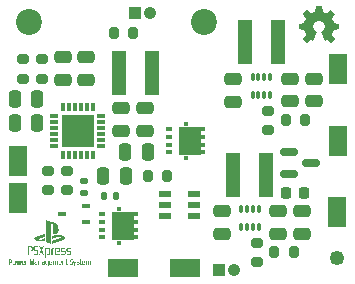
<source format=gbr>
%TF.GenerationSoftware,KiCad,Pcbnew,7.0.7*%
%TF.CreationDate,2023-08-24T02:08:32-05:00*%
%TF.ProjectId,psxpress-pms,70737870-7265-4737-932d-706d732e6b69,rev?*%
%TF.SameCoordinates,Original*%
%TF.FileFunction,Soldermask,Top*%
%TF.FilePolarity,Negative*%
%FSLAX46Y46*%
G04 Gerber Fmt 4.6, Leading zero omitted, Abs format (unit mm)*
G04 Created by KiCad (PCBNEW 7.0.7) date 2023-08-24 02:08:32*
%MOMM*%
%LPD*%
G01*
G04 APERTURE LIST*
G04 Aperture macros list*
%AMRoundRect*
0 Rectangle with rounded corners*
0 $1 Rounding radius*
0 $2 $3 $4 $5 $6 $7 $8 $9 X,Y pos of 4 corners*
0 Add a 4 corners polygon primitive as box body*
4,1,4,$2,$3,$4,$5,$6,$7,$8,$9,$2,$3,0*
0 Add four circle primitives for the rounded corners*
1,1,$1+$1,$2,$3*
1,1,$1+$1,$4,$5*
1,1,$1+$1,$6,$7*
1,1,$1+$1,$8,$9*
0 Add four rect primitives between the rounded corners*
20,1,$1+$1,$2,$3,$4,$5,0*
20,1,$1+$1,$4,$5,$6,$7,0*
20,1,$1+$1,$6,$7,$8,$9,0*
20,1,$1+$1,$8,$9,$2,$3,0*%
G04 Aperture macros list end*
%ADD10C,0.000000*%
%ADD11C,0.187500*%
%ADD12C,0.100000*%
%ADD13RoundRect,0.200000X0.275000X-0.200000X0.275000X0.200000X-0.275000X0.200000X-0.275000X-0.200000X0*%
%ADD14RoundRect,0.200000X0.200000X0.275000X-0.200000X0.275000X-0.200000X-0.275000X0.200000X-0.275000X0*%
%ADD15R,0.800000X0.300000*%
%ADD16R,0.300000X0.800000*%
%ADD17R,2.800000X2.800000*%
%ADD18RoundRect,0.250000X0.250000X0.475000X-0.250000X0.475000X-0.250000X-0.475000X0.250000X-0.475000X0*%
%ADD19RoundRect,0.250000X-0.475000X0.250000X-0.475000X-0.250000X0.475000X-0.250000X0.475000X0.250000X0*%
%ADD20RoundRect,0.200000X-0.275000X0.200000X-0.275000X-0.200000X0.275000X-0.200000X0.275000X0.200000X0*%
%ADD21C,2.200000*%
%ADD22R,0.500000X0.350000*%
%ADD23R,0.300000X0.400000*%
%ADD24R,1.980000X2.450000*%
%ADD25R,0.430000X0.380000*%
%ADD26C,1.250000*%
%ADD27R,1.045000X1.045000*%
%ADD28C,1.045000*%
%ADD29R,1.500000X2.500000*%
%ADD30R,0.700000X0.450000*%
%ADD31R,1.200000X3.700000*%
%ADD32RoundRect,0.050000X-0.100000X0.285000X-0.100000X-0.285000X0.100000X-0.285000X0.100000X0.285000X0*%
%ADD33RoundRect,0.250000X-0.250000X-0.475000X0.250000X-0.475000X0.250000X0.475000X-0.250000X0.475000X0*%
%ADD34RoundRect,0.200000X-0.200000X-0.275000X0.200000X-0.275000X0.200000X0.275000X-0.200000X0.275000X0*%
%ADD35R,1.050000X0.550000*%
%ADD36RoundRect,0.250000X0.475000X-0.250000X0.475000X0.250000X-0.475000X0.250000X-0.475000X-0.250000X0*%
%ADD37RoundRect,0.135000X-0.135000X-0.185000X0.135000X-0.185000X0.135000X0.185000X-0.135000X0.185000X0*%
%ADD38R,2.500000X1.500000*%
%ADD39RoundRect,0.135000X-0.185000X0.135000X-0.185000X-0.135000X0.185000X-0.135000X0.185000X0.135000X0*%
%ADD40RoundRect,0.225000X0.225000X0.250000X-0.225000X0.250000X-0.225000X-0.250000X0.225000X-0.250000X0*%
%ADD41RoundRect,0.150000X-0.587500X-0.150000X0.587500X-0.150000X0.587500X0.150000X-0.587500X0.150000X0*%
G04 APERTURE END LIST*
D10*
G36*
X77289258Y-42482827D02*
G01*
X77290231Y-42482900D01*
X77291199Y-42483019D01*
X77292162Y-42483183D01*
X77293116Y-42483392D01*
X77294061Y-42483644D01*
X77294996Y-42483938D01*
X77295919Y-42484273D01*
X77296828Y-42484648D01*
X77297723Y-42485061D01*
X77298601Y-42485511D01*
X77299461Y-42485997D01*
X77300302Y-42486518D01*
X77301123Y-42487073D01*
X77301921Y-42487660D01*
X77302695Y-42488278D01*
X77303445Y-42488927D01*
X77304168Y-42489604D01*
X77304864Y-42490310D01*
X77305530Y-42491041D01*
X77306165Y-42491799D01*
X77306768Y-42492580D01*
X77307337Y-42493384D01*
X77307871Y-42494210D01*
X77308369Y-42495057D01*
X77308828Y-42495923D01*
X77309249Y-42496807D01*
X77309628Y-42497708D01*
X77309965Y-42498626D01*
X77310258Y-42499557D01*
X77310506Y-42500503D01*
X77310707Y-42501460D01*
X77391635Y-42936202D01*
X77391840Y-42937165D01*
X77392088Y-42938132D01*
X77392711Y-42940070D01*
X77393492Y-42942000D01*
X77394420Y-42943912D01*
X77395486Y-42945793D01*
X77396677Y-42947629D01*
X77397983Y-42949409D01*
X77399393Y-42951120D01*
X77400897Y-42952748D01*
X77402482Y-42954282D01*
X77404139Y-42955709D01*
X77405857Y-42957017D01*
X77407624Y-42958192D01*
X77409430Y-42959222D01*
X77410344Y-42959679D01*
X77411264Y-42960094D01*
X77412188Y-42960468D01*
X77413115Y-42960797D01*
X77704503Y-43080071D01*
X77706312Y-43080870D01*
X77708231Y-43081537D01*
X77710243Y-43082074D01*
X77712330Y-43082482D01*
X77714476Y-43082761D01*
X77716664Y-43082914D01*
X77718877Y-43082942D01*
X77721099Y-43082845D01*
X77723312Y-43082624D01*
X77725500Y-43082282D01*
X77727646Y-43081819D01*
X77729733Y-43081236D01*
X77731744Y-43080534D01*
X77733662Y-43079715D01*
X77735470Y-43078780D01*
X77737153Y-43077731D01*
X78100347Y-42828476D01*
X78101165Y-42827943D01*
X78102007Y-42827452D01*
X78102871Y-42827002D01*
X78103756Y-42826593D01*
X78104660Y-42826226D01*
X78105580Y-42825899D01*
X78106515Y-42825612D01*
X78107464Y-42825366D01*
X78108423Y-42825161D01*
X78109392Y-42824995D01*
X78111351Y-42824784D01*
X78113326Y-42824731D01*
X78115302Y-42824836D01*
X78117263Y-42825096D01*
X78119196Y-42825510D01*
X78121086Y-42826077D01*
X78122009Y-42826418D01*
X78122917Y-42826796D01*
X78123806Y-42827212D01*
X78124675Y-42827665D01*
X78125522Y-42828156D01*
X78126346Y-42828683D01*
X78127144Y-42829248D01*
X78127914Y-42829849D01*
X78128655Y-42830487D01*
X78129365Y-42831161D01*
X78435245Y-43137024D01*
X78435919Y-43137734D01*
X78436557Y-43138475D01*
X78437157Y-43139246D01*
X78437721Y-43140044D01*
X78438247Y-43140869D01*
X78438736Y-43141717D01*
X78439603Y-43143477D01*
X78440319Y-43145311D01*
X78440883Y-43147203D01*
X78441294Y-43149138D01*
X78441551Y-43151102D01*
X78441653Y-43153080D01*
X78441599Y-43155057D01*
X78441388Y-43157017D01*
X78441018Y-43158947D01*
X78440488Y-43160831D01*
X78440163Y-43161751D01*
X78439798Y-43162654D01*
X78439392Y-43163538D01*
X78438946Y-43164402D01*
X78438459Y-43165243D01*
X78437930Y-43166059D01*
X78193047Y-43523023D01*
X78191993Y-43524709D01*
X78191057Y-43526518D01*
X78190240Y-43528433D01*
X78189544Y-43530438D01*
X78188970Y-43532516D01*
X78188518Y-43534651D01*
X78188190Y-43536826D01*
X78187987Y-43539025D01*
X78187910Y-43541232D01*
X78187960Y-43543430D01*
X78188137Y-43545603D01*
X78188444Y-43547734D01*
X78188881Y-43549808D01*
X78189448Y-43551807D01*
X78190149Y-43553716D01*
X78190982Y-43555518D01*
X78319826Y-43856097D01*
X78320563Y-43857941D01*
X78321469Y-43859770D01*
X78322531Y-43861571D01*
X78323737Y-43863334D01*
X78325072Y-43865047D01*
X78326525Y-43866701D01*
X78328083Y-43868282D01*
X78329733Y-43869782D01*
X78331463Y-43871188D01*
X78333259Y-43872490D01*
X78335108Y-43873676D01*
X78336998Y-43874736D01*
X78338917Y-43875658D01*
X78340851Y-43876432D01*
X78342787Y-43877046D01*
X78344714Y-43877490D01*
X78765032Y-43955664D01*
X78765049Y-43955682D01*
X78766002Y-43955887D01*
X78766943Y-43956140D01*
X78767871Y-43956436D01*
X78768785Y-43956777D01*
X78769683Y-43957159D01*
X78770564Y-43957581D01*
X78771427Y-43958043D01*
X78772272Y-43958543D01*
X78773898Y-43959649D01*
X78775433Y-43960889D01*
X78776867Y-43962252D01*
X78778190Y-43963726D01*
X78779393Y-43965299D01*
X78780467Y-43966962D01*
X78781401Y-43968701D01*
X78781812Y-43969596D01*
X78782185Y-43970506D01*
X78782519Y-43971430D01*
X78782811Y-43972366D01*
X78783061Y-43973313D01*
X78783268Y-43974269D01*
X78783430Y-43975233D01*
X78783547Y-43976204D01*
X78783616Y-43977180D01*
X78783637Y-43978160D01*
X78783586Y-44410750D01*
X78783561Y-44411726D01*
X78783489Y-44412700D01*
X78783369Y-44413669D01*
X78783204Y-44414632D01*
X78782995Y-44415588D01*
X78782742Y-44416535D01*
X78782447Y-44417471D01*
X78782111Y-44418395D01*
X78781736Y-44419306D01*
X78781322Y-44420202D01*
X78780871Y-44421082D01*
X78780384Y-44421944D01*
X78779862Y-44422787D01*
X78779306Y-44423609D01*
X78778719Y-44424409D01*
X78778100Y-44425186D01*
X78777451Y-44425937D01*
X78776773Y-44426662D01*
X78776068Y-44427358D01*
X78775336Y-44428025D01*
X78774580Y-44428661D01*
X78773799Y-44429265D01*
X78772996Y-44429835D01*
X78772171Y-44430369D01*
X78771326Y-44430867D01*
X78770462Y-44431326D01*
X78769581Y-44431745D01*
X78768682Y-44432123D01*
X78767768Y-44432458D01*
X78766840Y-44432750D01*
X78765899Y-44432995D01*
X78764946Y-44433193D01*
X78354955Y-44509491D01*
X78353990Y-44509690D01*
X78353023Y-44509933D01*
X78352055Y-44510220D01*
X78351089Y-44510548D01*
X78349164Y-44511326D01*
X78347263Y-44512253D01*
X78345395Y-44513321D01*
X78343575Y-44514516D01*
X78341813Y-44515829D01*
X78340123Y-44517247D01*
X78338516Y-44518760D01*
X78337005Y-44520356D01*
X78335601Y-44522025D01*
X78334319Y-44523754D01*
X78333168Y-44525533D01*
X78332163Y-44527351D01*
X78331314Y-44529196D01*
X78330953Y-44530125D01*
X78330635Y-44531057D01*
X78202634Y-44850792D01*
X78201845Y-44852610D01*
X78201187Y-44854535D01*
X78200659Y-44856551D01*
X78200259Y-44858641D01*
X78199986Y-44860788D01*
X78199840Y-44862976D01*
X78199819Y-44865188D01*
X78199921Y-44867408D01*
X78200146Y-44869618D01*
X78200492Y-44871803D01*
X78200958Y-44873946D01*
X78201543Y-44876029D01*
X78202245Y-44878037D01*
X78203063Y-44879953D01*
X78203997Y-44881760D01*
X78205044Y-44883442D01*
X78437913Y-45222781D01*
X78438447Y-45223601D01*
X78438940Y-45224445D01*
X78439391Y-45225311D01*
X78439801Y-45226198D01*
X78440170Y-45227104D01*
X78440498Y-45228027D01*
X78440785Y-45228965D01*
X78441032Y-45229916D01*
X78441238Y-45230878D01*
X78441404Y-45231850D01*
X78441617Y-45233815D01*
X78441670Y-45235796D01*
X78441566Y-45237777D01*
X78441306Y-45239744D01*
X78440891Y-45241682D01*
X78440323Y-45243576D01*
X78439981Y-45244502D01*
X78439602Y-45245412D01*
X78439185Y-45246303D01*
X78438731Y-45247174D01*
X78438240Y-45248022D01*
X78437711Y-45248847D01*
X78437145Y-45249646D01*
X78436543Y-45250417D01*
X78435904Y-45251159D01*
X78435228Y-45251869D01*
X78129296Y-45557749D01*
X78128592Y-45558418D01*
X78127857Y-45559051D01*
X78127091Y-45559649D01*
X78126297Y-45560209D01*
X78125477Y-45560733D01*
X78124633Y-45561221D01*
X78122879Y-45562085D01*
X78121050Y-45562799D01*
X78119162Y-45563363D01*
X78117228Y-45563776D01*
X78115265Y-45564035D01*
X78113286Y-45564140D01*
X78111308Y-45564089D01*
X78109345Y-45563881D01*
X78107411Y-45563514D01*
X78105523Y-45562987D01*
X78104601Y-45562664D01*
X78103695Y-45562299D01*
X78102808Y-45561894D01*
X78101941Y-45561449D01*
X78101097Y-45560962D01*
X78100278Y-45560434D01*
X77766894Y-45331609D01*
X77765219Y-45330566D01*
X77763424Y-45329652D01*
X77761527Y-45328867D01*
X77759543Y-45328211D01*
X77757489Y-45327684D01*
X77755381Y-45327287D01*
X77753235Y-45327021D01*
X77751068Y-45326884D01*
X77748897Y-45326879D01*
X77746737Y-45327004D01*
X77744604Y-45327261D01*
X77742516Y-45327649D01*
X77740489Y-45328170D01*
X77738538Y-45328822D01*
X77736681Y-45329607D01*
X77734933Y-45330525D01*
X77587913Y-45409008D01*
X77587035Y-45409427D01*
X77586149Y-45409794D01*
X77585257Y-45410112D01*
X77584361Y-45410381D01*
X77583462Y-45410601D01*
X77582561Y-45410772D01*
X77581662Y-45410896D01*
X77580764Y-45410973D01*
X77579869Y-45411003D01*
X77578979Y-45410987D01*
X77578096Y-45410926D01*
X77577221Y-45410820D01*
X77576355Y-45410669D01*
X77575500Y-45410475D01*
X77574658Y-45410237D01*
X77573830Y-45409957D01*
X77573018Y-45409635D01*
X77572222Y-45409271D01*
X77571446Y-45408866D01*
X77570689Y-45408421D01*
X77569955Y-45407936D01*
X77569244Y-45407411D01*
X77568557Y-45406848D01*
X77567897Y-45406247D01*
X77567265Y-45405607D01*
X77566662Y-45404931D01*
X77566090Y-45404219D01*
X77565551Y-45403470D01*
X77565045Y-45402686D01*
X77564575Y-45401867D01*
X77564143Y-45401014D01*
X77563749Y-45400127D01*
X77260622Y-44667612D01*
X77260273Y-44666701D01*
X77259970Y-44665776D01*
X77259712Y-44664839D01*
X77259500Y-44663892D01*
X77259333Y-44662936D01*
X77259209Y-44661973D01*
X77259129Y-44661006D01*
X77259091Y-44660035D01*
X77259096Y-44659062D01*
X77259142Y-44658089D01*
X77259230Y-44657119D01*
X77259358Y-44656152D01*
X77259526Y-44655190D01*
X77259733Y-44654235D01*
X77259979Y-44653289D01*
X77260263Y-44652354D01*
X77260585Y-44651431D01*
X77260943Y-44650522D01*
X77261338Y-44649629D01*
X77261769Y-44648753D01*
X77262235Y-44647897D01*
X77262736Y-44647062D01*
X77263271Y-44646249D01*
X77263839Y-44645461D01*
X77264440Y-44644699D01*
X77265073Y-44643965D01*
X77265739Y-44643261D01*
X77266435Y-44642588D01*
X77267162Y-44641948D01*
X77267919Y-44641344D01*
X77268705Y-44640776D01*
X77269520Y-44640246D01*
X77306318Y-44617716D01*
X77308969Y-44616027D01*
X77311798Y-44614100D01*
X77314752Y-44611976D01*
X77317779Y-44609698D01*
X77320824Y-44607308D01*
X77323834Y-44604847D01*
X77326756Y-44602359D01*
X77329537Y-44599885D01*
X77353893Y-44583214D01*
X77377138Y-44565113D01*
X77399207Y-44545646D01*
X77420039Y-44524875D01*
X77439569Y-44502864D01*
X77457733Y-44479675D01*
X77474468Y-44455372D01*
X77489712Y-44430018D01*
X77503399Y-44403675D01*
X77515468Y-44376407D01*
X77525854Y-44348277D01*
X77534494Y-44319348D01*
X77541324Y-44289682D01*
X77546282Y-44259343D01*
X77549303Y-44228395D01*
X77550324Y-44196899D01*
X77549701Y-44172279D01*
X77547854Y-44147982D01*
X77544811Y-44124039D01*
X77540604Y-44100480D01*
X77535262Y-44077333D01*
X77528815Y-44054631D01*
X77521294Y-44032402D01*
X77512728Y-44010676D01*
X77503147Y-43989484D01*
X77492582Y-43968856D01*
X77481063Y-43948822D01*
X77468619Y-43929412D01*
X77455281Y-43910655D01*
X77441079Y-43892583D01*
X77426042Y-43875224D01*
X77410202Y-43858610D01*
X77393587Y-43842769D01*
X77376229Y-43827733D01*
X77358157Y-43813531D01*
X77339401Y-43800193D01*
X77319991Y-43787750D01*
X77299957Y-43776231D01*
X77279330Y-43765666D01*
X77258140Y-43756086D01*
X77236415Y-43747520D01*
X77214188Y-43739999D01*
X77191487Y-43733553D01*
X77168343Y-43728211D01*
X77144785Y-43724004D01*
X77120845Y-43720962D01*
X77096551Y-43719114D01*
X77071934Y-43718492D01*
X77047317Y-43719114D01*
X77023024Y-43720962D01*
X76999082Y-43724004D01*
X76975524Y-43728211D01*
X76952379Y-43733553D01*
X76929678Y-43739999D01*
X76907449Y-43747520D01*
X76885724Y-43756086D01*
X76864532Y-43765666D01*
X76843903Y-43776231D01*
X76823868Y-43787750D01*
X76804457Y-43800193D01*
X76785699Y-43813531D01*
X76767626Y-43827733D01*
X76750266Y-43842769D01*
X76733649Y-43858610D01*
X76717807Y-43875224D01*
X76702769Y-43892583D01*
X76688566Y-43910655D01*
X76675226Y-43929412D01*
X76662781Y-43948822D01*
X76651260Y-43968856D01*
X76640694Y-43989484D01*
X76631112Y-44010676D01*
X76622545Y-44032402D01*
X76615022Y-44054631D01*
X76608574Y-44077333D01*
X76603232Y-44100480D01*
X76599024Y-44124039D01*
X76595981Y-44147982D01*
X76594133Y-44172279D01*
X76593510Y-44196899D01*
X76593767Y-44212711D01*
X76594532Y-44228395D01*
X76595797Y-44243941D01*
X76597554Y-44259343D01*
X76599795Y-44274593D01*
X76602513Y-44289682D01*
X76605699Y-44304603D01*
X76609345Y-44319348D01*
X76613444Y-44333908D01*
X76617987Y-44348277D01*
X76622967Y-44362446D01*
X76628375Y-44376407D01*
X76634204Y-44390153D01*
X76640446Y-44403675D01*
X76654135Y-44430018D01*
X76669380Y-44455372D01*
X76686116Y-44479675D01*
X76704281Y-44502864D01*
X76723810Y-44524875D01*
X76744639Y-44545646D01*
X76766706Y-44565113D01*
X76789947Y-44583214D01*
X76814298Y-44599885D01*
X76817099Y-44602364D01*
X76820034Y-44604854D01*
X76823052Y-44607314D01*
X76826100Y-44609702D01*
X76829128Y-44611977D01*
X76832082Y-44614095D01*
X76834913Y-44616017D01*
X76837567Y-44617699D01*
X76874365Y-44640246D01*
X76875185Y-44640776D01*
X76875976Y-44641344D01*
X76876736Y-44641949D01*
X76877467Y-44642589D01*
X76878166Y-44643262D01*
X76878834Y-44643967D01*
X76880073Y-44645464D01*
X76881180Y-44647066D01*
X76882148Y-44648759D01*
X76882975Y-44650529D01*
X76883655Y-44652363D01*
X76884184Y-44654245D01*
X76884557Y-44656163D01*
X76884769Y-44658103D01*
X76884816Y-44660049D01*
X76884694Y-44661989D01*
X76884568Y-44662952D01*
X76884398Y-44663908D01*
X76884182Y-44664856D01*
X76883922Y-44665793D01*
X76883616Y-44666718D01*
X76883263Y-44667629D01*
X76580120Y-45400093D01*
X76579726Y-45400980D01*
X76579293Y-45401833D01*
X76578822Y-45402653D01*
X76578316Y-45403437D01*
X76577776Y-45404187D01*
X76577204Y-45404900D01*
X76576600Y-45405577D01*
X76575967Y-45406217D01*
X76575305Y-45406820D01*
X76574618Y-45407384D01*
X76573906Y-45407909D01*
X76573170Y-45408396D01*
X76572413Y-45408842D01*
X76571635Y-45409248D01*
X76570839Y-45409612D01*
X76570025Y-45409936D01*
X76569197Y-45410217D01*
X76568354Y-45410455D01*
X76567499Y-45410649D01*
X76566633Y-45410800D01*
X76565757Y-45410907D01*
X76564874Y-45410968D01*
X76563984Y-45410984D01*
X76563090Y-45410953D01*
X76562193Y-45410875D01*
X76561294Y-45410751D01*
X76560395Y-45410578D01*
X76559498Y-45410356D01*
X76558604Y-45410086D01*
X76557714Y-45409766D01*
X76556831Y-45409395D01*
X76555955Y-45408974D01*
X76408936Y-45330490D01*
X76407194Y-45329576D01*
X76405340Y-45328794D01*
X76403393Y-45328145D01*
X76401367Y-45327627D01*
X76399280Y-45327242D01*
X76397148Y-45326987D01*
X76394987Y-45326864D01*
X76392815Y-45326872D01*
X76390648Y-45327009D01*
X76388501Y-45327277D01*
X76386392Y-45327674D01*
X76384338Y-45328201D01*
X76382354Y-45328856D01*
X76380457Y-45329640D01*
X76378664Y-45330552D01*
X76376992Y-45331592D01*
X76043608Y-45560400D01*
X76042788Y-45560929D01*
X76041944Y-45561417D01*
X76041078Y-45561864D01*
X76040191Y-45562271D01*
X76039285Y-45562636D01*
X76038362Y-45562961D01*
X76037425Y-45563245D01*
X76036474Y-45563489D01*
X76035512Y-45563693D01*
X76034540Y-45563858D01*
X76032577Y-45564067D01*
X76030598Y-45564118D01*
X76028619Y-45564014D01*
X76026654Y-45563754D01*
X76024720Y-45563341D01*
X76022830Y-45562776D01*
X76021906Y-45562436D01*
X76020999Y-45562060D01*
X76020111Y-45561645D01*
X76019243Y-45561194D01*
X76018398Y-45560706D01*
X76017577Y-45560180D01*
X76016782Y-45559618D01*
X76016015Y-45559020D01*
X76015278Y-45558385D01*
X76014572Y-45557714D01*
X75708640Y-45251852D01*
X75707968Y-45251141D01*
X75707332Y-45250400D01*
X75706732Y-45249629D01*
X75706169Y-45248830D01*
X75705642Y-45248005D01*
X75705153Y-45247156D01*
X75704285Y-45245395D01*
X75703568Y-45243559D01*
X75703002Y-45241665D01*
X75702588Y-45239727D01*
X75702328Y-45237760D01*
X75702224Y-45235778D01*
X75702276Y-45233798D01*
X75702486Y-45231833D01*
X75702856Y-45229899D01*
X75703386Y-45228010D01*
X75703712Y-45227087D01*
X75704079Y-45226181D01*
X75704486Y-45225294D01*
X75704935Y-45224428D01*
X75705424Y-45223584D01*
X75705955Y-45222764D01*
X75938859Y-44883391D01*
X75939912Y-44881712D01*
X75940851Y-44879907D01*
X75941673Y-44877992D01*
X75942377Y-44875985D01*
X75942964Y-44873902D01*
X75943431Y-44871759D01*
X75943777Y-44869574D01*
X75944001Y-44867363D01*
X75944103Y-44865142D01*
X75944080Y-44862929D01*
X75943931Y-44860740D01*
X75943657Y-44858592D01*
X75943254Y-44856501D01*
X75942723Y-44854485D01*
X75942061Y-44852559D01*
X75941269Y-44850741D01*
X75813285Y-44531006D01*
X75812969Y-44530074D01*
X75812608Y-44529145D01*
X75811760Y-44527300D01*
X75810754Y-44525482D01*
X75809601Y-44523703D01*
X75808315Y-44521974D01*
X75806908Y-44520306D01*
X75805392Y-44518710D01*
X75803780Y-44517198D01*
X75802085Y-44515780D01*
X75800319Y-44514469D01*
X75798494Y-44513275D01*
X75796624Y-44512209D01*
X75794720Y-44511283D01*
X75792794Y-44510509D01*
X75790861Y-44509896D01*
X75789895Y-44509654D01*
X75788931Y-44509457D01*
X75378940Y-44433159D01*
X75377985Y-44432959D01*
X75377043Y-44432713D01*
X75376113Y-44432420D01*
X75375199Y-44432084D01*
X75374299Y-44431705D01*
X75373417Y-44431285D01*
X75372552Y-44430825D01*
X75371707Y-44430328D01*
X75370882Y-44429793D01*
X75370079Y-44429223D01*
X75368542Y-44427984D01*
X75367105Y-44426620D01*
X75365779Y-44425145D01*
X75364574Y-44423570D01*
X75363497Y-44421906D01*
X75362560Y-44420165D01*
X75362147Y-44419269D01*
X75361772Y-44418359D01*
X75361437Y-44417435D01*
X75361142Y-44416499D01*
X75360890Y-44415553D01*
X75360681Y-44414598D01*
X75360516Y-44413635D01*
X75360397Y-44412666D01*
X75360324Y-44411692D01*
X75360300Y-44410716D01*
X75360283Y-43978108D01*
X75360307Y-43977132D01*
X75360379Y-43976159D01*
X75360498Y-43975191D01*
X75360662Y-43974229D01*
X75360871Y-43973275D01*
X75361122Y-43972330D01*
X75361416Y-43971397D01*
X75361750Y-43970475D01*
X75362124Y-43969566D01*
X75362536Y-43968673D01*
X75362986Y-43967796D01*
X75363471Y-43966936D01*
X75363991Y-43966096D01*
X75364545Y-43965276D01*
X75365132Y-43964479D01*
X75365749Y-43963704D01*
X75366397Y-43962955D01*
X75367074Y-43962232D01*
X75367778Y-43961537D01*
X75368509Y-43960870D01*
X75369266Y-43960235D01*
X75370046Y-43959631D01*
X75370850Y-43959061D01*
X75371675Y-43958525D01*
X75372521Y-43958026D01*
X75373387Y-43957564D01*
X75374270Y-43957142D01*
X75375171Y-43956759D01*
X75376088Y-43956419D01*
X75377020Y-43956122D01*
X75377965Y-43955870D01*
X75378922Y-43955664D01*
X75799224Y-43877491D01*
X75800189Y-43877289D01*
X75801159Y-43877044D01*
X75802130Y-43876756D01*
X75803102Y-43876427D01*
X75805041Y-43875652D01*
X75806963Y-43874729D01*
X75808855Y-43873668D01*
X75810705Y-43872482D01*
X75812500Y-43871181D01*
X75814228Y-43869775D01*
X75815875Y-43868277D01*
X75817429Y-43866696D01*
X75818878Y-43865044D01*
X75820208Y-43863331D01*
X75821408Y-43861570D01*
X75822463Y-43859769D01*
X75823363Y-43857941D01*
X75823751Y-43857020D01*
X75824094Y-43856097D01*
X75952956Y-43555518D01*
X75953786Y-43553716D01*
X75954484Y-43551807D01*
X75955051Y-43549808D01*
X75955487Y-43547734D01*
X75955794Y-43545603D01*
X75955973Y-43543430D01*
X75956025Y-43541232D01*
X75955950Y-43539025D01*
X75955751Y-43536826D01*
X75955427Y-43534651D01*
X75954981Y-43532516D01*
X75954413Y-43530438D01*
X75953723Y-43528433D01*
X75952915Y-43526518D01*
X75951987Y-43524709D01*
X75950942Y-43523023D01*
X75706024Y-43166076D01*
X75705490Y-43165259D01*
X75704998Y-43164416D01*
X75704547Y-43163551D01*
X75704138Y-43162666D01*
X75703769Y-43161762D01*
X75703442Y-43160840D01*
X75703156Y-43159904D01*
X75702910Y-43158954D01*
X75702705Y-43157994D01*
X75702540Y-43157023D01*
X75702330Y-43155061D01*
X75702278Y-43153083D01*
X75702384Y-43151105D01*
X75702646Y-43149140D01*
X75703061Y-43147204D01*
X75703630Y-43145312D01*
X75703971Y-43144386D01*
X75704349Y-43143478D01*
X75704765Y-43142587D01*
X75705219Y-43141717D01*
X75705709Y-43140869D01*
X75706236Y-43140045D01*
X75706800Y-43139246D01*
X75707400Y-43138475D01*
X75708037Y-43137734D01*
X75708709Y-43137024D01*
X76014589Y-42831144D01*
X76015296Y-42830469D01*
X76016035Y-42829832D01*
X76016803Y-42829231D01*
X76017600Y-42828666D01*
X76018422Y-42828139D01*
X76019268Y-42827648D01*
X76021026Y-42826779D01*
X76022858Y-42826060D01*
X76024750Y-42825493D01*
X76026686Y-42825078D01*
X76028651Y-42824818D01*
X76030631Y-42824714D01*
X76032610Y-42824767D01*
X76034574Y-42824978D01*
X76036508Y-42825349D01*
X76038397Y-42825881D01*
X76039319Y-42826208D01*
X76040225Y-42826576D01*
X76041112Y-42826985D01*
X76041979Y-42827435D01*
X76042823Y-42827926D01*
X76043642Y-42828459D01*
X76406836Y-43077713D01*
X76408510Y-43078763D01*
X76410311Y-43079698D01*
X76412223Y-43080517D01*
X76414230Y-43081218D01*
X76416313Y-43081801D01*
X76418457Y-43082265D01*
X76420644Y-43082607D01*
X76422858Y-43082827D01*
X76425081Y-43082924D01*
X76427296Y-43082897D01*
X76429487Y-43082744D01*
X76431637Y-43082465D01*
X76433729Y-43082057D01*
X76435746Y-43081520D01*
X76437670Y-43080853D01*
X76439486Y-43080054D01*
X76730892Y-42960779D01*
X76732745Y-42960077D01*
X76734581Y-42959205D01*
X76736388Y-42958175D01*
X76738157Y-42957000D01*
X76739874Y-42955693D01*
X76741532Y-42954266D01*
X76743117Y-42952732D01*
X76744620Y-42951105D01*
X76746029Y-42949395D01*
X76747334Y-42947616D01*
X76748524Y-42945781D01*
X76749589Y-42943902D01*
X76750516Y-42941992D01*
X76751296Y-42940064D01*
X76751918Y-42938129D01*
X76752371Y-42936202D01*
X76833265Y-42501443D01*
X76833466Y-42500487D01*
X76833714Y-42499543D01*
X76834007Y-42498613D01*
X76834344Y-42497697D01*
X76834723Y-42496797D01*
X76835143Y-42495914D01*
X76835603Y-42495049D01*
X76836100Y-42494203D01*
X76836634Y-42493378D01*
X76837204Y-42492574D01*
X76838441Y-42491037D01*
X76839802Y-42489601D01*
X76841274Y-42488276D01*
X76842846Y-42487071D01*
X76844506Y-42485996D01*
X76846243Y-42485060D01*
X76847137Y-42484647D01*
X76848046Y-42484273D01*
X76848967Y-42483938D01*
X76849901Y-42483644D01*
X76850845Y-42483392D01*
X76851799Y-42483183D01*
X76852760Y-42483019D01*
X76853727Y-42482900D01*
X76854699Y-42482827D01*
X76855674Y-42482803D01*
X77288281Y-42482803D01*
X77289258Y-42482827D01*
G37*
G36*
X54024232Y-60611710D02*
G01*
X54101109Y-60629735D01*
X54180949Y-60650247D01*
X54261349Y-60672335D01*
X54339905Y-60695090D01*
X54414215Y-60717601D01*
X54540481Y-60758255D01*
X54605458Y-60781909D01*
X54665008Y-60806514D01*
X54719302Y-60832308D01*
X54768509Y-60859529D01*
X54791259Y-60873751D01*
X54812801Y-60888418D01*
X54833157Y-60903563D01*
X54852348Y-60919213D01*
X54870395Y-60935400D01*
X54887319Y-60952153D01*
X54903142Y-60969502D01*
X54917886Y-60987477D01*
X54931571Y-61006108D01*
X54944219Y-61025424D01*
X54955850Y-61045456D01*
X54966487Y-61066233D01*
X54976151Y-61087785D01*
X54984863Y-61110142D01*
X54992644Y-61133335D01*
X54999515Y-61157392D01*
X55005498Y-61182344D01*
X55010615Y-61208220D01*
X55018332Y-61262866D01*
X55022838Y-61321569D01*
X55024302Y-61384567D01*
X55023693Y-61415737D01*
X55021886Y-61445664D01*
X55018909Y-61474340D01*
X55014789Y-61501757D01*
X55009554Y-61527907D01*
X55003233Y-61552780D01*
X54995853Y-61576369D01*
X54987442Y-61598664D01*
X54978029Y-61619658D01*
X54967640Y-61639342D01*
X54956305Y-61657707D01*
X54944051Y-61674745D01*
X54930906Y-61690448D01*
X54916898Y-61704807D01*
X54902055Y-61717813D01*
X54886405Y-61729458D01*
X54869976Y-61739733D01*
X54852795Y-61748631D01*
X54834892Y-61756142D01*
X54816293Y-61762258D01*
X54797026Y-61766970D01*
X54777121Y-61770271D01*
X54756604Y-61772151D01*
X54735503Y-61772602D01*
X54713847Y-61771616D01*
X54691664Y-61769184D01*
X54668980Y-61765298D01*
X54645826Y-61759949D01*
X54622227Y-61753128D01*
X54598213Y-61744828D01*
X54573811Y-61735039D01*
X54549049Y-61723753D01*
X54549049Y-61092026D01*
X54548878Y-61078195D01*
X54548325Y-61064565D01*
X54547327Y-61051199D01*
X54545823Y-61038160D01*
X54543751Y-61025512D01*
X54541048Y-61013317D01*
X54537654Y-61001640D01*
X54533505Y-60990541D01*
X54528541Y-60980086D01*
X54525734Y-60975119D01*
X54522700Y-60970336D01*
X54519430Y-60965746D01*
X54515919Y-60961356D01*
X54512156Y-60957174D01*
X54508136Y-60953208D01*
X54503850Y-60949465D01*
X54499290Y-60945955D01*
X54494449Y-60942683D01*
X54489319Y-60939660D01*
X54483893Y-60936891D01*
X54478161Y-60934386D01*
X54472118Y-60932152D01*
X54465755Y-60930198D01*
X54460817Y-60928791D01*
X54455999Y-60927766D01*
X54451306Y-60927116D01*
X54446737Y-60926833D01*
X54442297Y-60926910D01*
X54437987Y-60927338D01*
X54433809Y-60928110D01*
X54429767Y-60929219D01*
X54425862Y-60930656D01*
X54422097Y-60932414D01*
X54418473Y-60934486D01*
X54414994Y-60936863D01*
X54411662Y-60939538D01*
X54408479Y-60942503D01*
X54405448Y-60945751D01*
X54402570Y-60949273D01*
X54399848Y-60953063D01*
X54397285Y-60957113D01*
X54394883Y-60961414D01*
X54392644Y-60965960D01*
X54390571Y-60970741D01*
X54388666Y-60975752D01*
X54386931Y-60980984D01*
X54385368Y-60986429D01*
X54383981Y-60992081D01*
X54382771Y-60997930D01*
X54381740Y-61003969D01*
X54380892Y-61010192D01*
X54380228Y-61016589D01*
X54379751Y-61023154D01*
X54379463Y-61029878D01*
X54379367Y-61036755D01*
X54379367Y-62618750D01*
X53952722Y-62483337D01*
X53952722Y-60597080D01*
X54024232Y-60611710D01*
G37*
G36*
X54988230Y-61845613D02*
G01*
X55026431Y-61847428D01*
X55064814Y-61850275D01*
X55103245Y-61854153D01*
X55141592Y-61859066D01*
X55179722Y-61865012D01*
X55217501Y-61871994D01*
X55254799Y-61880012D01*
X55291481Y-61889067D01*
X55327415Y-61899162D01*
X55362468Y-61910295D01*
X55396508Y-61922470D01*
X55414857Y-61928519D01*
X55432179Y-61934734D01*
X55448493Y-61941104D01*
X55463818Y-61947618D01*
X55478174Y-61954265D01*
X55491578Y-61961035D01*
X55504052Y-61967917D01*
X55515613Y-61974898D01*
X55526281Y-61981970D01*
X55536076Y-61989121D01*
X55545016Y-61996339D01*
X55553120Y-62003615D01*
X55560409Y-62010937D01*
X55566900Y-62018295D01*
X55572614Y-62025677D01*
X55577569Y-62033072D01*
X55581784Y-62040471D01*
X55585280Y-62047861D01*
X55588074Y-62055233D01*
X55590187Y-62062574D01*
X55591637Y-62069875D01*
X55592443Y-62077124D01*
X55592625Y-62084311D01*
X55592203Y-62091425D01*
X55591194Y-62098454D01*
X55589619Y-62105388D01*
X55587496Y-62112217D01*
X55584845Y-62118928D01*
X55581685Y-62125512D01*
X55578036Y-62131958D01*
X55573915Y-62138253D01*
X55569343Y-62144389D01*
X55564335Y-62150386D01*
X55558929Y-62156269D01*
X55547068Y-62167675D01*
X55534053Y-62178567D01*
X55520175Y-62188904D01*
X55505729Y-62198646D01*
X55491005Y-62207753D01*
X55476295Y-62216183D01*
X55461894Y-62223898D01*
X55435181Y-62237017D01*
X55413206Y-62246788D01*
X55392819Y-62254992D01*
X54460281Y-62589954D01*
X54460281Y-62342927D01*
X55146565Y-62098399D01*
X55153673Y-62095750D01*
X55160393Y-62093039D01*
X55166723Y-62090271D01*
X55172662Y-62087453D01*
X55178208Y-62084589D01*
X55183359Y-62081685D01*
X55188113Y-62078747D01*
X55192469Y-62075780D01*
X55196425Y-62072790D01*
X55199980Y-62069782D01*
X55203131Y-62066762D01*
X55205877Y-62063735D01*
X55208217Y-62060707D01*
X55210148Y-62057684D01*
X55211668Y-62054670D01*
X55212777Y-62051672D01*
X55213472Y-62048695D01*
X55213752Y-62045745D01*
X55213614Y-62042827D01*
X55213058Y-62039947D01*
X55212082Y-62037110D01*
X55210683Y-62034322D01*
X55208861Y-62031588D01*
X55206613Y-62028914D01*
X55203937Y-62026306D01*
X55200833Y-62023768D01*
X55197297Y-62021307D01*
X55193330Y-62018928D01*
X55188928Y-62016637D01*
X55184090Y-62014439D01*
X55178815Y-62012340D01*
X55173101Y-62010345D01*
X55160675Y-62006764D01*
X55147177Y-62003802D01*
X55132735Y-62001452D01*
X55117478Y-61999708D01*
X55101534Y-61998563D01*
X55085032Y-61998010D01*
X55068100Y-61998043D01*
X55050866Y-61998654D01*
X55033460Y-61999837D01*
X55016010Y-62001584D01*
X54998643Y-62003890D01*
X54981489Y-62006747D01*
X54964675Y-62010149D01*
X54948332Y-62014088D01*
X54932586Y-62018559D01*
X54917566Y-62023553D01*
X54460281Y-62184608D01*
X54460281Y-61928241D01*
X54486637Y-61919316D01*
X54510188Y-61911688D01*
X54538246Y-61903434D01*
X54575933Y-61893361D01*
X54598101Y-61887909D01*
X54622330Y-61882323D01*
X54648508Y-61876709D01*
X54676518Y-61871175D01*
X54706245Y-61865827D01*
X54737575Y-61860771D01*
X54770393Y-61856116D01*
X54804583Y-61851967D01*
X54839889Y-61848642D01*
X54876039Y-61846343D01*
X54912900Y-61845071D01*
X54950342Y-61844827D01*
X54988230Y-61845613D01*
G37*
G36*
X53869844Y-61985238D02*
G01*
X53429634Y-62142783D01*
X53422537Y-62145432D01*
X53415827Y-62148143D01*
X53409507Y-62150911D01*
X53403576Y-62153731D01*
X53398039Y-62156596D01*
X53392895Y-62159502D01*
X53388147Y-62162442D01*
X53383797Y-62165411D01*
X53379846Y-62168403D01*
X53376296Y-62171413D01*
X53373149Y-62174436D01*
X53370406Y-62177465D01*
X53368069Y-62180496D01*
X53366140Y-62183522D01*
X53364620Y-62186538D01*
X53363512Y-62189539D01*
X53362816Y-62192519D01*
X53362536Y-62195472D01*
X53362671Y-62198392D01*
X53363225Y-62201275D01*
X53364198Y-62204115D01*
X53365593Y-62206905D01*
X53367411Y-62209641D01*
X53369654Y-62212318D01*
X53372323Y-62214928D01*
X53375421Y-62217467D01*
X53378949Y-62219930D01*
X53382909Y-62222310D01*
X53387302Y-62224602D01*
X53392130Y-62226801D01*
X53397395Y-62228901D01*
X53403099Y-62230896D01*
X53415536Y-62234468D01*
X53429045Y-62237423D01*
X53443498Y-62239767D01*
X53458765Y-62241509D01*
X53474718Y-62242653D01*
X53491229Y-62243208D01*
X53508168Y-62243178D01*
X53525408Y-62242572D01*
X53542819Y-62241396D01*
X53560273Y-62239655D01*
X53577641Y-62237358D01*
X53594795Y-62234510D01*
X53611605Y-62231119D01*
X53627945Y-62227190D01*
X53643683Y-62222731D01*
X53658693Y-62217747D01*
X53869844Y-62141117D01*
X53869844Y-62362977D01*
X53859556Y-62364761D01*
X53848939Y-62366539D01*
X53827721Y-62370057D01*
X53787962Y-62375952D01*
X53747906Y-62380686D01*
X53707578Y-62384245D01*
X53667002Y-62386615D01*
X53626204Y-62387782D01*
X53585209Y-62387731D01*
X53544040Y-62386448D01*
X53502725Y-62383919D01*
X53461286Y-62380130D01*
X53419750Y-62375065D01*
X53378141Y-62368711D01*
X53336484Y-62361054D01*
X53294804Y-62352079D01*
X53253126Y-62341773D01*
X53211475Y-62330119D01*
X53169875Y-62317105D01*
X53169875Y-62317106D01*
X53151007Y-62311469D01*
X53133140Y-62305484D01*
X53116266Y-62299172D01*
X53100378Y-62292553D01*
X53085466Y-62285648D01*
X53071524Y-62278479D01*
X53058544Y-62271065D01*
X53046516Y-62263429D01*
X53035434Y-62255591D01*
X53025289Y-62247572D01*
X53016073Y-62239394D01*
X53007778Y-62231076D01*
X53000397Y-62222640D01*
X52993921Y-62214108D01*
X52988342Y-62205499D01*
X52983653Y-62196835D01*
X52979845Y-62188137D01*
X52976910Y-62179425D01*
X52974840Y-62170722D01*
X52973628Y-62162047D01*
X52973265Y-62153422D01*
X52973744Y-62144867D01*
X52975055Y-62136404D01*
X52977192Y-62128054D01*
X52980146Y-62119837D01*
X52983910Y-62111775D01*
X52988475Y-62103888D01*
X52993833Y-62096197D01*
X52999977Y-62088724D01*
X53006898Y-62081489D01*
X53014588Y-62074513D01*
X53023039Y-62067818D01*
X53040023Y-62055920D01*
X53058131Y-62044444D01*
X53077055Y-62033437D01*
X53096490Y-62022947D01*
X53116129Y-62013022D01*
X53135667Y-62003709D01*
X53173214Y-61987112D01*
X53206681Y-61973538D01*
X53233618Y-61963369D01*
X53258107Y-61954776D01*
X53869844Y-61737259D01*
X53869844Y-61985238D01*
G37*
D11*
G36*
X52859622Y-63020031D02*
G01*
X52859509Y-63002667D01*
X52859161Y-62986146D01*
X52858566Y-62970448D01*
X52857713Y-62955556D01*
X52856587Y-62941448D01*
X52855178Y-62928107D01*
X52853473Y-62915513D01*
X52851459Y-62903647D01*
X52849124Y-62892490D01*
X52846456Y-62882023D01*
X52843442Y-62872226D01*
X52840070Y-62863081D01*
X52836328Y-62854569D01*
X52832203Y-62846670D01*
X52827683Y-62839365D01*
X52822756Y-62832635D01*
X52817410Y-62826462D01*
X52811631Y-62820825D01*
X52805408Y-62815705D01*
X52798728Y-62811085D01*
X52791579Y-62806944D01*
X52783949Y-62803263D01*
X52775825Y-62800024D01*
X52767195Y-62797207D01*
X52758047Y-62794793D01*
X52748367Y-62792762D01*
X52738145Y-62791097D01*
X52727367Y-62789777D01*
X52716022Y-62788784D01*
X52704096Y-62788098D01*
X52691578Y-62787701D01*
X52678455Y-62787572D01*
X52404781Y-62787572D01*
X52404781Y-63537887D01*
X52526780Y-63537887D01*
X52526780Y-62862311D01*
X52665815Y-62862311D01*
X52676487Y-62862606D01*
X52686140Y-62863576D01*
X52694820Y-62865345D01*
X52702572Y-62868038D01*
X52709441Y-62871780D01*
X52715474Y-62876695D01*
X52720716Y-62882908D01*
X52725212Y-62890544D01*
X52729008Y-62899728D01*
X52732151Y-62910584D01*
X52734684Y-62923238D01*
X52736655Y-62937813D01*
X52737444Y-62945861D01*
X52738108Y-62954436D01*
X52738655Y-62963554D01*
X52739090Y-62973230D01*
X52739418Y-62983481D01*
X52739646Y-62994321D01*
X52739778Y-63005766D01*
X52739821Y-63017832D01*
X52739778Y-63029876D01*
X52739648Y-63041289D01*
X52739423Y-63052088D01*
X52739098Y-63062288D01*
X52738667Y-63071906D01*
X52738124Y-63080958D01*
X52737464Y-63089461D01*
X52736681Y-63097431D01*
X52735768Y-63104884D01*
X52733533Y-63118305D01*
X52730712Y-63129854D01*
X52727259Y-63139662D01*
X52723127Y-63147859D01*
X52718270Y-63154575D01*
X52712641Y-63159942D01*
X52706194Y-63164089D01*
X52698882Y-63167147D01*
X52690660Y-63169247D01*
X52681481Y-63170517D01*
X52671298Y-63171090D01*
X52665815Y-63171156D01*
X52558104Y-63171156D01*
X52558104Y-63244795D01*
X52678455Y-63244795D01*
X52691545Y-63244690D01*
X52704036Y-63244360D01*
X52715937Y-63243783D01*
X52727262Y-63242936D01*
X52738023Y-63241798D01*
X52748231Y-63240347D01*
X52757900Y-63238559D01*
X52767040Y-63236415D01*
X52775665Y-63233890D01*
X52783787Y-63230963D01*
X52791417Y-63227611D01*
X52798567Y-63223814D01*
X52805250Y-63219547D01*
X52811479Y-63214791D01*
X52817264Y-63209521D01*
X52822619Y-63203716D01*
X52827555Y-63197355D01*
X52832085Y-63190414D01*
X52836220Y-63182872D01*
X52839973Y-63174706D01*
X52843357Y-63165895D01*
X52846382Y-63156416D01*
X52849061Y-63146247D01*
X52851407Y-63135367D01*
X52853432Y-63123752D01*
X52855147Y-63111380D01*
X52856565Y-63098231D01*
X52857698Y-63084280D01*
X52858558Y-63069507D01*
X52859157Y-63053889D01*
X52859508Y-63037405D01*
X52859622Y-63020031D01*
G37*
G36*
X53323439Y-63311473D02*
G01*
X53323283Y-63295885D01*
X53322812Y-63281052D01*
X53322026Y-63266956D01*
X53320923Y-63253581D01*
X53319501Y-63240909D01*
X53317759Y-63228924D01*
X53315695Y-63217608D01*
X53313307Y-63206945D01*
X53310594Y-63196917D01*
X53307554Y-63187508D01*
X53304185Y-63178700D01*
X53300487Y-63170476D01*
X53296457Y-63162820D01*
X53292093Y-63155713D01*
X53287395Y-63149140D01*
X53282360Y-63143083D01*
X53276988Y-63137525D01*
X53271275Y-63132450D01*
X53265221Y-63127839D01*
X53258824Y-63123676D01*
X53252083Y-63119944D01*
X53244996Y-63116626D01*
X53237560Y-63113705D01*
X53229776Y-63111164D01*
X53221640Y-63108985D01*
X53213152Y-63107152D01*
X53204310Y-63105648D01*
X53195111Y-63104456D01*
X53185556Y-63103558D01*
X53175641Y-63102938D01*
X53165366Y-63102579D01*
X53154728Y-63102463D01*
X53080173Y-63102463D01*
X53067590Y-63102227D01*
X53056372Y-63101460D01*
X53046444Y-63100075D01*
X53037729Y-63097983D01*
X53030151Y-63095096D01*
X53023633Y-63091325D01*
X53015677Y-63083818D01*
X53011475Y-63077452D01*
X53008065Y-63069893D01*
X53005372Y-63061053D01*
X53003318Y-63050844D01*
X53001827Y-63039177D01*
X53000823Y-63025965D01*
X53000229Y-63011119D01*
X53000062Y-63003055D01*
X52999968Y-62994550D01*
X52999939Y-62985592D01*
X53000013Y-62976455D01*
X53000233Y-62967756D01*
X53000601Y-62959484D01*
X53001118Y-62951632D01*
X53001785Y-62944188D01*
X53003573Y-62930488D01*
X53005974Y-62918306D01*
X53008994Y-62907567D01*
X53012643Y-62898190D01*
X53016927Y-62890101D01*
X53021856Y-62883219D01*
X53027438Y-62877469D01*
X53033680Y-62872773D01*
X53040590Y-62869053D01*
X53048176Y-62866231D01*
X53056448Y-62864230D01*
X53065411Y-62862973D01*
X53075076Y-62862381D01*
X53080173Y-62862311D01*
X53264638Y-62862311D01*
X53264638Y-62787572D01*
X53053978Y-62787572D01*
X53042747Y-62787807D01*
X53031961Y-62788506D01*
X53021612Y-62789665D01*
X53011696Y-62791279D01*
X53002207Y-62793343D01*
X52993139Y-62795852D01*
X52984486Y-62798801D01*
X52976243Y-62802184D01*
X52968404Y-62805997D01*
X52960962Y-62810234D01*
X52953913Y-62814891D01*
X52947251Y-62819962D01*
X52940970Y-62825443D01*
X52935064Y-62831328D01*
X52929527Y-62837612D01*
X52924354Y-62844290D01*
X52919539Y-62851358D01*
X52915076Y-62858809D01*
X52910959Y-62866639D01*
X52907184Y-62874843D01*
X52903743Y-62883416D01*
X52900632Y-62892353D01*
X52897844Y-62901649D01*
X52895374Y-62911298D01*
X52893216Y-62921295D01*
X52891364Y-62931637D01*
X52889813Y-62942316D01*
X52888557Y-62953329D01*
X52887590Y-62964670D01*
X52886906Y-62976335D01*
X52886500Y-62988318D01*
X52886366Y-63000613D01*
X52886484Y-63014735D01*
X52886839Y-63028288D01*
X52887439Y-63041280D01*
X52888287Y-63053720D01*
X52889390Y-63065615D01*
X52890753Y-63076973D01*
X52892382Y-63087802D01*
X52894280Y-63098109D01*
X52896456Y-63107903D01*
X52898912Y-63117192D01*
X52901656Y-63125983D01*
X52904691Y-63134285D01*
X52908025Y-63142105D01*
X52911662Y-63149451D01*
X52915607Y-63156331D01*
X52919866Y-63162752D01*
X52924444Y-63168724D01*
X52929347Y-63174253D01*
X52940149Y-63184015D01*
X52952315Y-63192103D01*
X52958923Y-63195538D01*
X52965888Y-63198579D01*
X52973215Y-63201232D01*
X52980910Y-63203506D01*
X52988979Y-63205408D01*
X52997426Y-63206947D01*
X53006257Y-63208130D01*
X53015478Y-63208965D01*
X53025094Y-63209461D01*
X53035110Y-63209624D01*
X53114978Y-63209624D01*
X53122406Y-63209671D01*
X53136110Y-63210084D01*
X53148345Y-63211012D01*
X53159190Y-63212558D01*
X53168725Y-63214830D01*
X53177028Y-63217931D01*
X53184180Y-63221966D01*
X53190259Y-63227042D01*
X53195346Y-63233263D01*
X53199519Y-63240735D01*
X53202858Y-63249562D01*
X53205443Y-63259850D01*
X53207353Y-63271704D01*
X53208666Y-63285229D01*
X53209125Y-63292651D01*
X53209464Y-63300531D01*
X53209694Y-63308881D01*
X53209825Y-63317714D01*
X53209866Y-63327044D01*
X53209788Y-63337653D01*
X53209554Y-63347713D01*
X53209162Y-63357239D01*
X53208612Y-63366244D01*
X53207902Y-63374742D01*
X53207033Y-63382747D01*
X53206003Y-63390273D01*
X53203457Y-63403944D01*
X53200257Y-63415864D01*
X53196396Y-63426146D01*
X53191867Y-63434900D01*
X53186663Y-63442238D01*
X53180777Y-63448270D01*
X53174203Y-63453108D01*
X53166933Y-63456862D01*
X53158960Y-63459645D01*
X53150277Y-63461566D01*
X53140877Y-63462738D01*
X53130754Y-63463270D01*
X53125419Y-63463331D01*
X52905417Y-63463331D01*
X52905417Y-63537887D01*
X53146485Y-63537887D01*
X53158162Y-63537669D01*
X53169392Y-63537016D01*
X53180182Y-63535927D01*
X53190536Y-63534401D01*
X53200458Y-63532438D01*
X53209955Y-63530037D01*
X53219030Y-63527196D01*
X53227689Y-63523916D01*
X53235937Y-63520196D01*
X53243778Y-63516034D01*
X53251218Y-63511431D01*
X53258261Y-63506385D01*
X53264912Y-63500896D01*
X53271177Y-63494964D01*
X53277060Y-63488587D01*
X53282566Y-63481764D01*
X53287701Y-63474496D01*
X53292468Y-63466780D01*
X53296873Y-63458618D01*
X53300922Y-63450007D01*
X53304618Y-63440948D01*
X53307966Y-63431439D01*
X53310973Y-63421480D01*
X53313642Y-63411070D01*
X53315978Y-63400209D01*
X53317987Y-63388895D01*
X53319674Y-63377128D01*
X53321042Y-63364907D01*
X53322098Y-63352232D01*
X53322846Y-63339102D01*
X53323292Y-63325516D01*
X53323439Y-63311473D01*
G37*
G36*
X53360991Y-62787572D02*
G01*
X53515963Y-63138183D01*
X53352748Y-63537887D01*
X53447636Y-63537887D01*
X53564324Y-63235453D01*
X53681011Y-63537887D01*
X53813634Y-63537887D01*
X53645290Y-63134886D01*
X53796965Y-62787572D01*
X53702260Y-62787572D01*
X53597846Y-63038532D01*
X53493615Y-62787572D01*
X53360991Y-62787572D01*
G37*
G36*
X54031438Y-63463331D02*
G01*
X54031438Y-63537887D01*
X54156002Y-63537887D01*
X54167835Y-63537733D01*
X54179129Y-63537268D01*
X54189894Y-63536486D01*
X54200140Y-63535383D01*
X54209879Y-63533954D01*
X54219121Y-63532192D01*
X54227877Y-63530093D01*
X54236158Y-63527651D01*
X54243975Y-63524862D01*
X54251337Y-63521719D01*
X54258257Y-63518219D01*
X54264744Y-63514355D01*
X54270810Y-63510122D01*
X54281721Y-63500529D01*
X54291076Y-63489399D01*
X54295196Y-63483245D01*
X54298960Y-63476690D01*
X54302378Y-63469730D01*
X54305460Y-63462359D01*
X54308218Y-63454573D01*
X54310662Y-63446365D01*
X54312803Y-63437732D01*
X54314652Y-63428666D01*
X54316219Y-63419165D01*
X54317516Y-63409221D01*
X54318553Y-63398830D01*
X54319340Y-63387986D01*
X54319890Y-63376685D01*
X54320211Y-63364921D01*
X54320316Y-63352689D01*
X54320316Y-63125360D01*
X54320211Y-63113128D01*
X54319890Y-63101362D01*
X54319340Y-63090059D01*
X54318553Y-63079212D01*
X54317516Y-63068817D01*
X54316219Y-63058868D01*
X54314652Y-63049361D01*
X54312803Y-63040289D01*
X54310662Y-63031649D01*
X54308218Y-63023434D01*
X54305460Y-63015640D01*
X54302378Y-63008262D01*
X54298960Y-63001294D01*
X54295196Y-62994730D01*
X54291076Y-62988567D01*
X54281721Y-62977420D01*
X54270810Y-62967811D01*
X54264744Y-62963570D01*
X54258257Y-62959698D01*
X54251337Y-62956190D01*
X54243975Y-62953040D01*
X54236158Y-62950244D01*
X54227877Y-62947796D01*
X54219121Y-62945691D01*
X54209879Y-62943925D01*
X54200140Y-62942491D01*
X54189894Y-62941385D01*
X54179129Y-62940601D01*
X54167835Y-62940134D01*
X54156002Y-62939980D01*
X53866574Y-62939980D01*
X53866574Y-63772360D01*
X53985459Y-63772360D01*
X53985459Y-63014718D01*
X54118266Y-63014718D01*
X54131036Y-63014899D01*
X54142464Y-63015504D01*
X54152623Y-63016627D01*
X54161583Y-63018362D01*
X54169416Y-63020802D01*
X54176194Y-63024040D01*
X54184537Y-63030601D01*
X54190907Y-63039485D01*
X54194176Y-63046856D01*
X54196746Y-63055493D01*
X54198689Y-63065491D01*
X54200076Y-63076944D01*
X54200978Y-63089944D01*
X54201467Y-63104586D01*
X54201579Y-63112552D01*
X54201614Y-63120964D01*
X54201614Y-63356903D01*
X54201579Y-63365315D01*
X54201467Y-63373282D01*
X54201270Y-63380817D01*
X54200583Y-63394634D01*
X54199447Y-63406859D01*
X54197792Y-63417586D01*
X54195544Y-63426906D01*
X54192633Y-63434915D01*
X54188988Y-63441703D01*
X54181987Y-63449804D01*
X54172933Y-63455684D01*
X54165636Y-63458527D01*
X54157248Y-63460615D01*
X54147698Y-63462042D01*
X54136913Y-63462902D01*
X54124823Y-63463288D01*
X54118266Y-63463331D01*
X54031438Y-63463331D01*
G37*
G36*
X54400916Y-63125177D02*
G01*
X54400916Y-63537887D01*
X54519802Y-63537887D01*
X54519802Y-63120964D01*
X54519837Y-63112569D01*
X54519949Y-63104617D01*
X54520146Y-63097097D01*
X54520833Y-63083306D01*
X54521968Y-63071103D01*
X54523624Y-63060396D01*
X54525872Y-63051092D01*
X54528782Y-63043097D01*
X54532427Y-63036319D01*
X54539428Y-63028230D01*
X54548483Y-63022358D01*
X54555779Y-63019519D01*
X54564167Y-63017433D01*
X54573718Y-63016007D01*
X54584502Y-63015147D01*
X54596593Y-63014762D01*
X54603149Y-63014718D01*
X54680452Y-63014718D01*
X54680452Y-62939980D01*
X54565414Y-62939980D01*
X54553580Y-62940134D01*
X54542284Y-62940601D01*
X54531517Y-62941384D01*
X54521267Y-62942491D01*
X54511524Y-62943924D01*
X54502277Y-62945690D01*
X54493516Y-62947794D01*
X54485229Y-62950241D01*
X54477406Y-62953036D01*
X54470036Y-62956184D01*
X54463109Y-62959690D01*
X54456613Y-62963560D01*
X54450539Y-62967798D01*
X54439611Y-62977401D01*
X54430240Y-62988540D01*
X54426111Y-62994698D01*
X54422339Y-63001255D01*
X54418913Y-63008217D01*
X54415823Y-63015589D01*
X54413057Y-63023375D01*
X54410606Y-63031581D01*
X54408458Y-63040212D01*
X54406603Y-63049273D01*
X54405030Y-63058770D01*
X54403729Y-63068707D01*
X54402688Y-63079089D01*
X54401897Y-63089922D01*
X54401345Y-63101211D01*
X54401022Y-63112961D01*
X54400916Y-63125177D01*
G37*
G36*
X54997357Y-63291690D02*
G01*
X55009192Y-63291537D01*
X55020487Y-63291081D01*
X55031254Y-63290324D01*
X55041504Y-63289268D01*
X55051247Y-63287916D01*
X55060494Y-63286269D01*
X55069255Y-63284331D01*
X55077542Y-63282104D01*
X55085365Y-63279590D01*
X55092735Y-63276792D01*
X55099663Y-63273711D01*
X55112232Y-63266713D01*
X55123160Y-63258616D01*
X55132532Y-63249437D01*
X55140433Y-63239197D01*
X55146949Y-63227915D01*
X55152165Y-63215608D01*
X55156168Y-63202298D01*
X55159043Y-63188002D01*
X55160084Y-63180490D01*
X55160875Y-63172739D01*
X55161426Y-63164751D01*
X55161750Y-63156529D01*
X55161855Y-63148075D01*
X55161855Y-63083778D01*
X55161750Y-63075323D01*
X55161426Y-63067100D01*
X55160875Y-63059109D01*
X55160084Y-63051355D01*
X55159043Y-63043839D01*
X55157741Y-63036564D01*
X55154313Y-63022747D01*
X55149714Y-63009922D01*
X55143858Y-62998110D01*
X55136661Y-62987330D01*
X55128035Y-62977601D01*
X55117896Y-62968944D01*
X55106158Y-62961377D01*
X55092735Y-62954921D01*
X55085365Y-62952115D01*
X55077542Y-62949594D01*
X55069255Y-62947361D01*
X55060494Y-62945417D01*
X55051247Y-62943766D01*
X55041504Y-62942410D01*
X55031254Y-62941350D01*
X55020487Y-62940591D01*
X55009192Y-62940133D01*
X54997357Y-62939980D01*
X54877739Y-62939980D01*
X54865905Y-62940134D01*
X54854610Y-62940601D01*
X54843843Y-62941384D01*
X54833593Y-62942490D01*
X54823850Y-62943923D01*
X54814603Y-62945688D01*
X54805841Y-62947790D01*
X54797554Y-62950235D01*
X54789731Y-62953028D01*
X54782361Y-62956173D01*
X54775434Y-62959675D01*
X54768939Y-62963541D01*
X54762865Y-62967774D01*
X54751937Y-62977363D01*
X54742565Y-62988485D01*
X54738436Y-62994633D01*
X54734664Y-63001179D01*
X54731238Y-63008128D01*
X54728148Y-63015485D01*
X54725383Y-63023256D01*
X54722932Y-63031445D01*
X54720784Y-63040058D01*
X54718929Y-63049099D01*
X54717356Y-63058573D01*
X54716054Y-63068487D01*
X54715013Y-63078844D01*
X54714222Y-63089650D01*
X54713670Y-63100909D01*
X54713347Y-63112628D01*
X54713242Y-63124811D01*
X54713242Y-63351957D01*
X54713347Y-63364255D01*
X54713670Y-63376082D01*
X54714222Y-63387441D01*
X54715013Y-63398339D01*
X54716054Y-63408781D01*
X54717356Y-63418772D01*
X54718929Y-63428317D01*
X54720784Y-63437423D01*
X54722932Y-63446093D01*
X54725383Y-63454335D01*
X54728148Y-63462152D01*
X54731238Y-63469551D01*
X54734664Y-63476537D01*
X54738436Y-63483114D01*
X54742565Y-63489290D01*
X54751937Y-63500454D01*
X54762865Y-63510073D01*
X54768939Y-63514316D01*
X54775434Y-63518189D01*
X54782361Y-63521697D01*
X54789731Y-63524846D01*
X54797554Y-63527640D01*
X54805841Y-63530085D01*
X54814603Y-63532187D01*
X54823850Y-63533951D01*
X54833593Y-63535382D01*
X54843843Y-63536486D01*
X54854610Y-63537268D01*
X54865905Y-63537733D01*
X54877739Y-63537887D01*
X55119906Y-63537887D01*
X55119906Y-63463331D01*
X54915475Y-63463331D01*
X54902705Y-63463148D01*
X54891277Y-63462536D01*
X54881118Y-63461401D01*
X54872158Y-63459648D01*
X54864325Y-63457183D01*
X54857547Y-63453913D01*
X54849204Y-63447290D01*
X54842834Y-63438325D01*
X54839565Y-63430890D01*
X54836995Y-63422178D01*
X54835052Y-63412095D01*
X54833665Y-63400547D01*
X54832763Y-63387439D01*
X54832274Y-63372678D01*
X54832162Y-63364648D01*
X54832127Y-63356170D01*
X54832127Y-63120598D01*
X54832162Y-63112219D01*
X54832274Y-63104285D01*
X54832472Y-63096782D01*
X54833158Y-63083025D01*
X54834294Y-63070855D01*
X54835950Y-63060180D01*
X54838197Y-63050907D01*
X54841108Y-63042941D01*
X54844753Y-63036191D01*
X54851754Y-63028141D01*
X54860808Y-63022300D01*
X54868105Y-63019480D01*
X54876493Y-63017409D01*
X54886043Y-63015994D01*
X54896828Y-63015143D01*
X54908918Y-63014762D01*
X54915475Y-63014718D01*
X54959622Y-63014718D01*
X54972391Y-63014892D01*
X54983820Y-63015444D01*
X54993978Y-63016425D01*
X55002939Y-63017881D01*
X55010772Y-63019862D01*
X55020565Y-63023925D01*
X55028224Y-63029442D01*
X55033989Y-63036576D01*
X55038102Y-63045493D01*
X55040803Y-63056355D01*
X55041939Y-63064759D01*
X55042625Y-63074149D01*
X55042934Y-63084574D01*
X55042970Y-63090189D01*
X55042970Y-63146976D01*
X55042821Y-63157054D01*
X55042326Y-63166223D01*
X55041416Y-63174519D01*
X55040019Y-63181978D01*
X55036857Y-63191674D01*
X55032203Y-63199686D01*
X55025820Y-63206135D01*
X55017469Y-63211141D01*
X55006912Y-63214826D01*
X54998531Y-63216607D01*
X54988992Y-63217889D01*
X54978226Y-63218709D01*
X54966163Y-63219102D01*
X54959622Y-63219150D01*
X54893859Y-63219150D01*
X54893859Y-63291690D01*
X54997357Y-63291690D01*
G37*
G36*
X55640143Y-63355803D02*
G01*
X55640012Y-63343543D01*
X55639614Y-63331829D01*
X55638943Y-63320650D01*
X55637993Y-63309996D01*
X55636757Y-63299857D01*
X55635231Y-63290223D01*
X55633408Y-63281083D01*
X55631282Y-63272427D01*
X55628847Y-63264245D01*
X55626096Y-63256527D01*
X55623025Y-63249262D01*
X55619626Y-63242440D01*
X55615893Y-63236051D01*
X55607405Y-63224531D01*
X55597511Y-63214618D01*
X55586164Y-63206232D01*
X55573314Y-63199289D01*
X55566311Y-63196334D01*
X55558914Y-63193709D01*
X55551117Y-63191403D01*
X55542915Y-63189408D01*
X55534301Y-63187711D01*
X55525269Y-63186304D01*
X55515813Y-63185176D01*
X55505927Y-63184316D01*
X55495606Y-63183715D01*
X55484842Y-63183361D01*
X55473631Y-63183246D01*
X55400175Y-63183246D01*
X55387538Y-63183110D01*
X55376235Y-63182649D01*
X55366192Y-63181782D01*
X55357339Y-63180429D01*
X55349604Y-63178510D01*
X55339943Y-63174392D01*
X55332397Y-63168546D01*
X55326726Y-63160700D01*
X55322687Y-63150583D01*
X55320783Y-63142442D01*
X55319426Y-63133091D01*
X55318545Y-63122448D01*
X55318069Y-63110434D01*
X55317926Y-63096967D01*
X55318224Y-63083516D01*
X55319124Y-63071607D01*
X55320635Y-63061147D01*
X55322766Y-63052045D01*
X55325528Y-63044205D01*
X55328929Y-63037536D01*
X55335250Y-63029522D01*
X55343063Y-63023618D01*
X55352399Y-63019508D01*
X55359484Y-63017610D01*
X55367271Y-63016278D01*
X55375767Y-63015417D01*
X55384982Y-63014935D01*
X55394927Y-63014739D01*
X55400175Y-63014718D01*
X55582441Y-63014718D01*
X55582441Y-62939980D01*
X55373980Y-62939980D01*
X55362884Y-62940167D01*
X55352227Y-62940724D01*
X55342002Y-62941647D01*
X55332205Y-62942931D01*
X55322830Y-62944574D01*
X55313871Y-62946569D01*
X55305322Y-62948914D01*
X55297178Y-62951603D01*
X55289433Y-62954633D01*
X55282081Y-62958000D01*
X55275117Y-62961698D01*
X55268535Y-62965724D01*
X55262329Y-62970073D01*
X55256494Y-62974742D01*
X55251023Y-62979726D01*
X55245913Y-62985020D01*
X55241155Y-62990621D01*
X55236746Y-62996524D01*
X55232679Y-63002724D01*
X55228949Y-63009219D01*
X55225550Y-63016003D01*
X55222476Y-63023072D01*
X55219722Y-63030422D01*
X55217282Y-63038048D01*
X55215150Y-63045947D01*
X55213321Y-63054114D01*
X55211788Y-63062545D01*
X55210547Y-63071235D01*
X55209592Y-63080181D01*
X55208917Y-63089378D01*
X55208516Y-63098821D01*
X55208383Y-63108508D01*
X55208501Y-63119782D01*
X55208858Y-63130629D01*
X55209458Y-63141053D01*
X55210308Y-63151060D01*
X55211411Y-63160653D01*
X55212772Y-63169838D01*
X55214398Y-63178618D01*
X55216291Y-63186998D01*
X55218459Y-63194983D01*
X55220904Y-63202578D01*
X55223633Y-63209786D01*
X55226650Y-63216613D01*
X55233569Y-63229139D01*
X55241699Y-63240193D01*
X55251082Y-63249810D01*
X55261755Y-63258028D01*
X55273758Y-63264882D01*
X55287131Y-63270409D01*
X55294344Y-63272686D01*
X55301914Y-63274645D01*
X55309846Y-63276289D01*
X55318145Y-63277625D01*
X55326817Y-63278656D01*
X55335865Y-63279387D01*
X55345295Y-63279822D01*
X55355112Y-63279966D01*
X55433880Y-63279966D01*
X55441637Y-63279994D01*
X55448976Y-63280084D01*
X55462447Y-63280499D01*
X55474386Y-63281303D01*
X55484879Y-63282585D01*
X55494019Y-63284437D01*
X55501893Y-63286950D01*
X55508592Y-63290215D01*
X55516633Y-63296721D01*
X55522534Y-63305431D01*
X55525428Y-63312613D01*
X55527595Y-63321002D01*
X55529125Y-63330688D01*
X55530106Y-63341763D01*
X55530629Y-63354318D01*
X55530784Y-63368443D01*
X55530704Y-63376677D01*
X55530465Y-63384421D01*
X55529503Y-63398501D01*
X55527891Y-63410803D01*
X55525620Y-63421446D01*
X55522685Y-63430549D01*
X55519076Y-63438233D01*
X55514787Y-63444618D01*
X55507060Y-63452019D01*
X55497761Y-63457168D01*
X55490675Y-63459550D01*
X55482870Y-63461231D01*
X55474340Y-63462329D01*
X55465077Y-63462966D01*
X55455074Y-63463260D01*
X55444322Y-63463331D01*
X55227434Y-63463331D01*
X55227434Y-63537887D01*
X55465388Y-63537887D01*
X55476929Y-63537713D01*
X55488029Y-63537192D01*
X55498692Y-63536323D01*
X55508923Y-63535104D01*
X55518728Y-63533535D01*
X55528110Y-63531616D01*
X55537076Y-63529345D01*
X55545630Y-63526721D01*
X55553777Y-63523744D01*
X55561521Y-63520412D01*
X55568869Y-63516726D01*
X55575824Y-63512684D01*
X55582392Y-63508284D01*
X55588577Y-63503528D01*
X55594385Y-63498413D01*
X55599820Y-63492938D01*
X55604888Y-63487104D01*
X55609593Y-63480908D01*
X55613941Y-63474351D01*
X55617935Y-63467431D01*
X55621582Y-63460148D01*
X55624885Y-63452500D01*
X55627851Y-63444487D01*
X55630483Y-63436109D01*
X55632788Y-63427363D01*
X55634769Y-63418250D01*
X55636432Y-63408768D01*
X55637781Y-63398917D01*
X55638822Y-63388696D01*
X55639559Y-63378104D01*
X55639998Y-63367140D01*
X55640143Y-63355803D01*
G37*
G36*
X56117882Y-63355803D02*
G01*
X56117751Y-63343543D01*
X56117353Y-63331829D01*
X56116682Y-63320650D01*
X56115732Y-63309996D01*
X56114496Y-63299857D01*
X56112970Y-63290223D01*
X56111147Y-63281083D01*
X56109021Y-63272427D01*
X56106586Y-63264245D01*
X56103835Y-63256527D01*
X56100764Y-63249262D01*
X56097365Y-63242440D01*
X56093632Y-63236051D01*
X56085144Y-63224531D01*
X56075250Y-63214618D01*
X56063903Y-63206232D01*
X56051053Y-63199289D01*
X56044050Y-63196334D01*
X56036653Y-63193709D01*
X56028856Y-63191403D01*
X56020654Y-63189408D01*
X56012040Y-63187711D01*
X56003008Y-63186304D01*
X55993552Y-63185176D01*
X55983666Y-63184316D01*
X55973345Y-63183715D01*
X55962581Y-63183361D01*
X55951370Y-63183246D01*
X55877914Y-63183246D01*
X55865277Y-63183110D01*
X55853974Y-63182649D01*
X55843931Y-63181782D01*
X55835078Y-63180429D01*
X55827343Y-63178510D01*
X55817682Y-63174392D01*
X55810136Y-63168546D01*
X55804465Y-63160700D01*
X55800426Y-63150583D01*
X55798522Y-63142442D01*
X55797165Y-63133091D01*
X55796284Y-63122448D01*
X55795808Y-63110434D01*
X55795665Y-63096967D01*
X55795963Y-63083516D01*
X55796863Y-63071607D01*
X55798374Y-63061147D01*
X55800505Y-63052045D01*
X55803267Y-63044205D01*
X55806668Y-63037536D01*
X55812989Y-63029522D01*
X55820802Y-63023618D01*
X55830138Y-63019508D01*
X55837223Y-63017610D01*
X55845010Y-63016278D01*
X55853506Y-63015417D01*
X55862721Y-63014935D01*
X55872666Y-63014739D01*
X55877914Y-63014718D01*
X56060180Y-63014718D01*
X56060180Y-62939980D01*
X55851719Y-62939980D01*
X55840623Y-62940167D01*
X55829966Y-62940724D01*
X55819741Y-62941647D01*
X55809944Y-62942931D01*
X55800569Y-62944574D01*
X55791610Y-62946569D01*
X55783061Y-62948914D01*
X55774917Y-62951603D01*
X55767172Y-62954633D01*
X55759820Y-62958000D01*
X55752856Y-62961698D01*
X55746274Y-62965724D01*
X55740068Y-62970073D01*
X55734233Y-62974742D01*
X55728762Y-62979726D01*
X55723652Y-62985020D01*
X55718894Y-62990621D01*
X55714485Y-62996524D01*
X55710418Y-63002724D01*
X55706688Y-63009219D01*
X55703289Y-63016003D01*
X55700215Y-63023072D01*
X55697461Y-63030422D01*
X55695021Y-63038048D01*
X55692889Y-63045947D01*
X55691060Y-63054114D01*
X55689527Y-63062545D01*
X55688286Y-63071235D01*
X55687331Y-63080181D01*
X55686656Y-63089378D01*
X55686255Y-63098821D01*
X55686122Y-63108508D01*
X55686240Y-63119782D01*
X55686597Y-63130629D01*
X55687197Y-63141053D01*
X55688047Y-63151060D01*
X55689150Y-63160653D01*
X55690511Y-63169838D01*
X55692137Y-63178618D01*
X55694030Y-63186998D01*
X55696198Y-63194983D01*
X55698643Y-63202578D01*
X55701372Y-63209786D01*
X55704389Y-63216613D01*
X55711308Y-63229139D01*
X55719438Y-63240193D01*
X55728821Y-63249810D01*
X55739494Y-63258028D01*
X55751497Y-63264882D01*
X55764870Y-63270409D01*
X55772083Y-63272686D01*
X55779653Y-63274645D01*
X55787585Y-63276289D01*
X55795884Y-63277625D01*
X55804556Y-63278656D01*
X55813604Y-63279387D01*
X55823034Y-63279822D01*
X55832851Y-63279966D01*
X55911619Y-63279966D01*
X55919376Y-63279994D01*
X55926715Y-63280084D01*
X55940187Y-63280499D01*
X55952125Y-63281303D01*
X55962618Y-63282585D01*
X55971758Y-63284437D01*
X55979632Y-63286950D01*
X55986331Y-63290215D01*
X55994372Y-63296721D01*
X56000273Y-63305431D01*
X56003167Y-63312613D01*
X56005334Y-63321002D01*
X56006864Y-63330688D01*
X56007845Y-63341763D01*
X56008368Y-63354318D01*
X56008523Y-63368443D01*
X56008443Y-63376677D01*
X56008204Y-63384421D01*
X56007242Y-63398501D01*
X56005630Y-63410803D01*
X56003359Y-63421446D01*
X56000424Y-63430549D01*
X55996815Y-63438233D01*
X55992526Y-63444618D01*
X55984799Y-63452019D01*
X55975500Y-63457168D01*
X55968414Y-63459550D01*
X55960609Y-63461231D01*
X55952079Y-63462329D01*
X55942816Y-63462966D01*
X55932813Y-63463260D01*
X55922061Y-63463331D01*
X55705173Y-63463331D01*
X55705173Y-63537887D01*
X55943127Y-63537887D01*
X55954668Y-63537713D01*
X55965768Y-63537192D01*
X55976431Y-63536323D01*
X55986662Y-63535104D01*
X55996467Y-63533535D01*
X56005849Y-63531616D01*
X56014815Y-63529345D01*
X56023369Y-63526721D01*
X56031516Y-63523744D01*
X56039260Y-63520412D01*
X56046608Y-63516726D01*
X56053563Y-63512684D01*
X56060131Y-63508284D01*
X56066316Y-63503528D01*
X56072124Y-63498413D01*
X56077560Y-63492938D01*
X56082627Y-63487104D01*
X56087332Y-63480908D01*
X56091680Y-63474351D01*
X56095674Y-63467431D01*
X56099321Y-63460148D01*
X56102624Y-63452500D01*
X56105590Y-63444487D01*
X56108222Y-63436109D01*
X56110527Y-63427363D01*
X56112508Y-63418250D01*
X56114171Y-63408768D01*
X56115520Y-63398917D01*
X56116561Y-63388696D01*
X56117298Y-63378104D01*
X56117737Y-63367140D01*
X56117882Y-63355803D01*
G37*
D12*
G36*
X51105299Y-64064108D02*
G01*
X51105231Y-64053690D01*
X51105023Y-64043777D01*
X51104666Y-64034359D01*
X51104154Y-64025423D01*
X51103479Y-64016958D01*
X51102633Y-64008954D01*
X51101610Y-64001397D01*
X51100401Y-63994278D01*
X51099000Y-63987584D01*
X51097400Y-63981303D01*
X51095591Y-63975425D01*
X51093568Y-63969938D01*
X51091323Y-63964831D01*
X51088848Y-63960092D01*
X51086136Y-63955709D01*
X51083180Y-63951671D01*
X51079972Y-63947967D01*
X51076505Y-63944584D01*
X51072771Y-63941513D01*
X51068763Y-63938741D01*
X51064474Y-63936256D01*
X51059896Y-63934048D01*
X51055021Y-63932104D01*
X51049843Y-63930414D01*
X51044354Y-63928965D01*
X51038547Y-63927747D01*
X51032413Y-63926748D01*
X51025947Y-63925956D01*
X51019139Y-63925360D01*
X51011984Y-63924948D01*
X51004473Y-63924710D01*
X50996599Y-63924633D01*
X50832395Y-63924633D01*
X50832395Y-64374822D01*
X50905594Y-64374822D01*
X50905594Y-63969476D01*
X50989015Y-63969476D01*
X50995419Y-63969653D01*
X51001210Y-63970235D01*
X51006418Y-63971297D01*
X51011069Y-63972912D01*
X51015191Y-63975157D01*
X51018811Y-63978106D01*
X51021956Y-63981834D01*
X51024653Y-63986416D01*
X51026931Y-63991926D01*
X51028817Y-63998440D01*
X51030337Y-64006032D01*
X51031519Y-64014778D01*
X51031992Y-64019606D01*
X51032391Y-64024751D01*
X51032719Y-64030222D01*
X51032980Y-64036028D01*
X51033177Y-64042178D01*
X51033314Y-64048682D01*
X51033393Y-64055549D01*
X51033419Y-64062789D01*
X51033393Y-64070015D01*
X51033315Y-64076863D01*
X51033180Y-64083342D01*
X51032985Y-64089462D01*
X51032726Y-64095233D01*
X51032401Y-64100664D01*
X51032005Y-64105766D01*
X51031535Y-64110548D01*
X51030987Y-64115020D01*
X51029646Y-64123072D01*
X51027954Y-64130002D01*
X51025882Y-64135887D01*
X51023402Y-64140805D01*
X51020488Y-64144835D01*
X51017111Y-64148055D01*
X51013242Y-64150543D01*
X51008856Y-64152378D01*
X51003922Y-64153638D01*
X50998415Y-64154400D01*
X50992305Y-64154744D01*
X50989015Y-64154783D01*
X50924389Y-64154783D01*
X50924389Y-64198967D01*
X50996599Y-64198967D01*
X51004453Y-64198904D01*
X51011948Y-64198706D01*
X51019088Y-64198359D01*
X51025883Y-64197851D01*
X51032340Y-64197168D01*
X51038465Y-64196298D01*
X51044266Y-64195225D01*
X51049750Y-64193938D01*
X51054925Y-64192423D01*
X51059798Y-64190667D01*
X51064376Y-64188656D01*
X51068666Y-64186378D01*
X51072676Y-64183818D01*
X51076413Y-64180964D01*
X51079885Y-64177802D01*
X51083098Y-64174319D01*
X51086059Y-64170503D01*
X51088777Y-64166338D01*
X51091258Y-64161813D01*
X51093510Y-64156913D01*
X51095540Y-64151627D01*
X51097355Y-64145939D01*
X51098963Y-64139838D01*
X51100371Y-64133310D01*
X51101585Y-64126341D01*
X51102614Y-64118918D01*
X51103465Y-64111028D01*
X51104145Y-64102658D01*
X51104661Y-64093794D01*
X51105020Y-64084423D01*
X51105231Y-64074532D01*
X51105299Y-64064108D01*
G37*
G36*
X51323536Y-64016170D02*
G01*
X51330313Y-64016450D01*
X51336773Y-64016920D01*
X51342923Y-64017584D01*
X51348769Y-64018444D01*
X51354317Y-64019504D01*
X51359574Y-64020767D01*
X51364546Y-64022236D01*
X51369240Y-64023914D01*
X51373662Y-64025803D01*
X51377818Y-64027908D01*
X51381715Y-64030231D01*
X51385360Y-64032776D01*
X51391917Y-64038542D01*
X51397540Y-64045230D01*
X51400017Y-64048928D01*
X51402280Y-64052866D01*
X51404336Y-64057047D01*
X51406190Y-64061474D01*
X51407849Y-64066150D01*
X51409320Y-64071079D01*
X51410608Y-64076263D01*
X51411721Y-64081706D01*
X51412665Y-64087411D01*
X51413446Y-64093380D01*
X51414071Y-64099617D01*
X51414545Y-64106125D01*
X51414876Y-64112907D01*
X51415070Y-64119966D01*
X51415134Y-64127306D01*
X51415134Y-64263703D01*
X51415070Y-64271042D01*
X51414876Y-64278101D01*
X51414545Y-64284881D01*
X51414071Y-64291387D01*
X51413446Y-64297622D01*
X51412665Y-64303588D01*
X51411721Y-64309289D01*
X51410608Y-64314729D01*
X51409320Y-64319909D01*
X51407849Y-64324833D01*
X51406190Y-64329505D01*
X51404336Y-64333928D01*
X51402280Y-64338104D01*
X51400017Y-64342036D01*
X51397540Y-64345729D01*
X51391917Y-64352407D01*
X51385360Y-64358163D01*
X51381715Y-64360702D01*
X51377818Y-64363021D01*
X51373662Y-64365121D01*
X51369240Y-64367007D01*
X51364546Y-64368680D01*
X51359574Y-64370145D01*
X51354317Y-64371405D01*
X51348769Y-64372462D01*
X51342923Y-64373320D01*
X51336773Y-64373981D01*
X51330313Y-64374450D01*
X51323536Y-64374729D01*
X51316435Y-64374822D01*
X51232025Y-64374822D01*
X51224924Y-64374729D01*
X51218147Y-64374450D01*
X51211687Y-64373981D01*
X51205537Y-64373320D01*
X51199691Y-64372462D01*
X51194143Y-64371405D01*
X51188886Y-64370145D01*
X51183914Y-64368680D01*
X51179220Y-64367007D01*
X51174798Y-64365121D01*
X51170642Y-64363021D01*
X51166744Y-64360702D01*
X51163100Y-64358163D01*
X51156543Y-64352407D01*
X51150920Y-64345729D01*
X51148443Y-64342036D01*
X51146180Y-64338104D01*
X51144124Y-64333928D01*
X51142270Y-64329505D01*
X51140611Y-64324833D01*
X51139140Y-64319909D01*
X51137851Y-64314729D01*
X51136738Y-64309289D01*
X51135795Y-64303588D01*
X51135014Y-64297622D01*
X51134389Y-64291387D01*
X51133914Y-64284881D01*
X51133583Y-64278101D01*
X51133389Y-64271042D01*
X51133348Y-64266231D01*
X51204657Y-64266231D01*
X51204678Y-64271278D01*
X51204746Y-64276059D01*
X51205039Y-64284848D01*
X51205580Y-64292653D01*
X51206412Y-64299532D01*
X51207578Y-64305539D01*
X51209120Y-64310731D01*
X51211082Y-64315163D01*
X51214903Y-64320509D01*
X51219909Y-64324461D01*
X51223976Y-64326413D01*
X51228676Y-64327885D01*
X51234052Y-64328933D01*
X51240147Y-64329612D01*
X51247004Y-64329979D01*
X51254666Y-64330088D01*
X51293794Y-64330088D01*
X51297728Y-64330062D01*
X51304982Y-64329831D01*
X51311453Y-64329315D01*
X51317183Y-64328459D01*
X51322216Y-64327206D01*
X51326594Y-64325500D01*
X51332026Y-64321972D01*
X51336227Y-64317112D01*
X51338414Y-64313038D01*
X51340160Y-64308233D01*
X51341509Y-64302641D01*
X51342502Y-64296205D01*
X51343184Y-64288870D01*
X51343596Y-64280580D01*
X51343714Y-64276059D01*
X51343781Y-64271278D01*
X51343802Y-64266231D01*
X51343802Y-64124668D01*
X51343781Y-64119621D01*
X51343714Y-64114841D01*
X51343421Y-64106056D01*
X51342879Y-64098256D01*
X51342047Y-64091384D01*
X51340882Y-64085385D01*
X51339340Y-64080203D01*
X51337378Y-64075781D01*
X51333556Y-64070450D01*
X51328550Y-64066514D01*
X51324484Y-64064571D01*
X51319784Y-64063107D01*
X51314408Y-64062066D01*
X51308312Y-64061392D01*
X51301455Y-64061029D01*
X51293794Y-64060921D01*
X51254666Y-64060921D01*
X51250732Y-64060947D01*
X51243478Y-64061175D01*
X51237007Y-64061687D01*
X51231277Y-64062537D01*
X51226244Y-64063782D01*
X51221866Y-64065479D01*
X51216433Y-64068992D01*
X51212233Y-64073837D01*
X51210046Y-64077900D01*
X51208299Y-64082696D01*
X51206951Y-64088279D01*
X51205957Y-64094708D01*
X51205276Y-64102036D01*
X51204864Y-64110322D01*
X51204746Y-64114841D01*
X51204678Y-64119621D01*
X51204657Y-64124668D01*
X51204657Y-64266231D01*
X51133348Y-64266231D01*
X51133326Y-64263703D01*
X51133326Y-64127306D01*
X51133389Y-64119966D01*
X51133583Y-64112907D01*
X51133914Y-64106125D01*
X51134389Y-64099617D01*
X51135014Y-64093380D01*
X51135795Y-64087411D01*
X51136738Y-64081706D01*
X51137851Y-64076263D01*
X51139140Y-64071079D01*
X51140611Y-64066150D01*
X51142270Y-64061474D01*
X51144124Y-64057047D01*
X51146180Y-64052866D01*
X51148443Y-64048928D01*
X51150920Y-64045230D01*
X51156543Y-64038542D01*
X51163100Y-64032776D01*
X51166744Y-64030231D01*
X51170642Y-64027908D01*
X51174798Y-64025803D01*
X51179220Y-64023914D01*
X51183914Y-64022236D01*
X51188886Y-64020767D01*
X51194143Y-64019504D01*
X51199691Y-64018444D01*
X51205537Y-64017584D01*
X51211687Y-64016920D01*
X51218147Y-64016450D01*
X51224924Y-64016170D01*
X51232025Y-64016078D01*
X51316435Y-64016078D01*
X51323536Y-64016170D01*
G37*
G36*
X51772778Y-64337452D02*
G01*
X51775636Y-64337452D01*
X51723979Y-64016078D01*
X51611541Y-64016078D01*
X51560544Y-64337452D01*
X51562742Y-64337452D01*
X51514272Y-64016078D01*
X51435137Y-64016078D01*
X51501302Y-64374822D01*
X51617477Y-64374822D01*
X51668474Y-64053557D01*
X51666936Y-64053557D01*
X51716725Y-64374822D01*
X51830920Y-64374822D01*
X51899174Y-64016078D01*
X51826414Y-64016078D01*
X51772778Y-64337452D01*
G37*
G36*
X52086350Y-64227103D02*
G01*
X52093450Y-64227012D01*
X52100227Y-64226738D01*
X52106688Y-64226284D01*
X52112837Y-64225650D01*
X52118683Y-64224839D01*
X52124231Y-64223851D01*
X52129488Y-64222688D01*
X52134461Y-64221352D01*
X52139154Y-64219844D01*
X52143576Y-64218165D01*
X52147733Y-64216316D01*
X52155274Y-64212118D01*
X52161831Y-64207259D01*
X52167454Y-64201752D01*
X52172195Y-64195608D01*
X52176104Y-64188838D01*
X52179234Y-64181455D01*
X52181636Y-64173468D01*
X52183361Y-64164891D01*
X52183985Y-64160384D01*
X52184460Y-64155733D01*
X52184791Y-64150940D01*
X52184985Y-64146007D01*
X52185048Y-64140935D01*
X52185048Y-64102356D01*
X52184985Y-64097284D01*
X52184791Y-64092349D01*
X52184460Y-64087555D01*
X52183985Y-64082903D01*
X52183361Y-64078393D01*
X52182580Y-64074028D01*
X52180523Y-64065738D01*
X52177764Y-64058043D01*
X52174250Y-64050956D01*
X52169931Y-64044487D01*
X52164756Y-64038650D01*
X52158673Y-64033456D01*
X52151630Y-64028916D01*
X52143576Y-64025042D01*
X52139154Y-64023359D01*
X52134461Y-64021846D01*
X52129488Y-64020506D01*
X52124231Y-64019340D01*
X52118683Y-64018349D01*
X52112837Y-64017535D01*
X52106688Y-64016900D01*
X52100227Y-64016444D01*
X52093450Y-64016169D01*
X52086350Y-64016078D01*
X52014579Y-64016078D01*
X52007478Y-64016170D01*
X52000701Y-64016450D01*
X51994241Y-64016920D01*
X51988091Y-64017583D01*
X51982245Y-64018443D01*
X51976697Y-64019502D01*
X51971440Y-64020764D01*
X51966468Y-64022231D01*
X51961774Y-64023906D01*
X51957352Y-64025793D01*
X51953196Y-64027895D01*
X51949298Y-64030214D01*
X51945654Y-64032754D01*
X51939097Y-64038508D01*
X51933474Y-64045181D01*
X51930997Y-64048869D01*
X51928734Y-64052797D01*
X51926678Y-64056966D01*
X51924824Y-64061381D01*
X51923165Y-64066043D01*
X51921694Y-64070957D01*
X51920405Y-64076124D01*
X51919292Y-64081549D01*
X51918349Y-64087234D01*
X51917568Y-64093182D01*
X51916943Y-64099396D01*
X51916468Y-64105879D01*
X51916137Y-64112635D01*
X51915943Y-64119666D01*
X51915880Y-64126976D01*
X51915880Y-64263264D01*
X51915943Y-64270643D01*
X51916137Y-64277739D01*
X51916468Y-64284554D01*
X51916943Y-64291093D01*
X51917568Y-64297358D01*
X51918349Y-64303353D01*
X51919292Y-64309080D01*
X51920405Y-64314543D01*
X51921694Y-64319746D01*
X51923165Y-64324690D01*
X51924824Y-64329381D01*
X51926678Y-64333820D01*
X51928734Y-64338012D01*
X51930997Y-64341958D01*
X51933474Y-64345663D01*
X51939097Y-64352362D01*
X51945654Y-64358133D01*
X51949298Y-64360679D01*
X51953196Y-64363003D01*
X51957352Y-64365108D01*
X51961774Y-64366997D01*
X51966468Y-64368673D01*
X51971440Y-64370141D01*
X51976697Y-64371402D01*
X51982245Y-64372460D01*
X51988091Y-64373319D01*
X51994241Y-64373981D01*
X52000701Y-64374450D01*
X52007478Y-64374729D01*
X52014579Y-64374822D01*
X52159879Y-64374822D01*
X52159879Y-64330088D01*
X52037220Y-64330088D01*
X52029558Y-64329979D01*
X52022701Y-64329611D01*
X52016606Y-64328930D01*
X52011230Y-64327878D01*
X52006530Y-64326400D01*
X52002463Y-64324437D01*
X51997457Y-64320464D01*
X51993636Y-64315085D01*
X51991674Y-64310624D01*
X51990132Y-64305396D01*
X51988966Y-64299346D01*
X51988134Y-64292418D01*
X51987593Y-64284553D01*
X51987300Y-64275697D01*
X51987233Y-64270879D01*
X51987211Y-64265791D01*
X51987211Y-64124448D01*
X51987233Y-64119421D01*
X51987300Y-64114660D01*
X51987418Y-64110159D01*
X51987830Y-64101904D01*
X51988511Y-64094603D01*
X51989505Y-64088198D01*
X51990854Y-64082634D01*
X51992600Y-64077854D01*
X51994787Y-64073804D01*
X51998987Y-64068974D01*
X52004420Y-64065470D01*
X52008798Y-64063777D01*
X52013831Y-64062535D01*
X52019561Y-64061686D01*
X52026032Y-64061175D01*
X52033286Y-64060947D01*
X52037220Y-64060921D01*
X52063708Y-64060921D01*
X52071370Y-64061025D01*
X52078227Y-64061356D01*
X52084322Y-64061944D01*
X52089698Y-64062818D01*
X52094398Y-64064007D01*
X52100274Y-64066445D01*
X52104869Y-64069755D01*
X52108328Y-64074035D01*
X52110796Y-64079385D01*
X52112417Y-64085903D01*
X52113098Y-64090945D01*
X52113510Y-64096579D01*
X52113696Y-64102834D01*
X52113717Y-64106203D01*
X52113717Y-64140275D01*
X52113627Y-64146322D01*
X52113331Y-64151824D01*
X52112785Y-64156801D01*
X52111946Y-64161276D01*
X52110049Y-64167094D01*
X52107257Y-64171901D01*
X52103427Y-64175771D01*
X52098417Y-64178774D01*
X52092082Y-64180985D01*
X52087053Y-64182054D01*
X52081330Y-64182823D01*
X52074871Y-64183315D01*
X52067633Y-64183551D01*
X52063708Y-64183579D01*
X52024251Y-64183579D01*
X52024251Y-64227103D01*
X52086350Y-64227103D01*
G37*
G36*
X52223077Y-64127196D02*
G01*
X52223077Y-64374822D01*
X52294408Y-64374822D01*
X52294408Y-64124668D01*
X52294429Y-64119631D01*
X52294496Y-64114860D01*
X52294614Y-64110348D01*
X52295026Y-64102073D01*
X52295708Y-64094752D01*
X52296701Y-64088327D01*
X52298050Y-64082745D01*
X52299796Y-64077948D01*
X52301983Y-64073881D01*
X52306184Y-64069028D01*
X52311617Y-64065504D01*
X52315995Y-64063801D01*
X52321027Y-64062549D01*
X52326758Y-64061694D01*
X52333228Y-64061178D01*
X52340482Y-64060947D01*
X52344417Y-64060921D01*
X52390798Y-64060921D01*
X52390798Y-64016078D01*
X52321775Y-64016078D01*
X52314675Y-64016170D01*
X52307897Y-64016450D01*
X52301437Y-64016920D01*
X52295287Y-64017584D01*
X52289441Y-64018444D01*
X52283893Y-64019504D01*
X52278636Y-64020766D01*
X52273664Y-64022234D01*
X52268970Y-64023911D01*
X52264548Y-64025800D01*
X52260392Y-64027904D01*
X52256495Y-64030226D01*
X52252850Y-64032769D01*
X52246294Y-64038530D01*
X52240671Y-64045213D01*
X52238193Y-64048908D01*
X52235930Y-64052843D01*
X52233875Y-64057020D01*
X52232020Y-64061443D01*
X52230361Y-64066115D01*
X52228891Y-64071038D01*
X52227602Y-64076217D01*
X52226489Y-64081654D01*
X52225545Y-64087352D01*
X52224764Y-64093314D01*
X52224140Y-64099543D01*
X52223665Y-64106043D01*
X52223334Y-64112816D01*
X52223140Y-64119866D01*
X52223077Y-64127196D01*
G37*
G36*
X52935289Y-63924633D02*
G01*
X52834392Y-63924633D01*
X52759764Y-64284036D01*
X52683267Y-63924633D01*
X52576655Y-63924633D01*
X52576655Y-64374822D01*
X52644249Y-64374822D01*
X52640732Y-63994535D01*
X52720966Y-64374822D01*
X52791637Y-64374822D01*
X52868134Y-63994535D01*
X52864617Y-64374822D01*
X52935289Y-64374822D01*
X52935289Y-63924633D01*
G37*
G36*
X53078501Y-64156761D02*
G01*
X53071400Y-64156853D01*
X53064624Y-64157128D01*
X53058165Y-64157584D01*
X53052017Y-64158220D01*
X53046174Y-64159034D01*
X53040629Y-64160025D01*
X53035375Y-64161192D01*
X53030407Y-64162533D01*
X53025717Y-64164047D01*
X53021299Y-64165733D01*
X53017148Y-64167588D01*
X53009615Y-64171802D01*
X53003069Y-64176678D01*
X52997456Y-64182206D01*
X52992726Y-64188373D01*
X52988826Y-64195169D01*
X52985705Y-64202581D01*
X52983311Y-64210598D01*
X52981592Y-64219209D01*
X52980970Y-64223734D01*
X52980497Y-64228403D01*
X52980168Y-64233214D01*
X52979975Y-64238167D01*
X52979912Y-64243260D01*
X52979912Y-64288433D01*
X52979975Y-64293525D01*
X52980168Y-64298477D01*
X52980497Y-64303287D01*
X52980970Y-64307954D01*
X52981592Y-64312477D01*
X52982370Y-64316853D01*
X52984420Y-64325161D01*
X52987171Y-64332869D01*
X52990675Y-64339965D01*
X52994984Y-64346438D01*
X53000149Y-64352276D01*
X53006222Y-64357470D01*
X53013255Y-64362007D01*
X53021299Y-64365876D01*
X53025717Y-64367557D01*
X53030407Y-64369067D01*
X53035375Y-64370404D01*
X53040629Y-64371568D01*
X53046174Y-64372556D01*
X53052017Y-64373368D01*
X53058165Y-64374002D01*
X53064624Y-64374456D01*
X53071400Y-64374730D01*
X53078501Y-64374822D01*
X53240177Y-64374822D01*
X53240177Y-64127306D01*
X53240114Y-64119966D01*
X53239920Y-64112907D01*
X53239589Y-64106125D01*
X53239115Y-64099617D01*
X53238490Y-64093380D01*
X53237710Y-64087411D01*
X53236766Y-64081706D01*
X53235654Y-64076263D01*
X53234366Y-64071079D01*
X53232896Y-64066150D01*
X53231238Y-64061474D01*
X53229385Y-64057047D01*
X53227331Y-64052866D01*
X53225070Y-64048928D01*
X53222594Y-64045230D01*
X53216977Y-64038542D01*
X53210427Y-64032776D01*
X53206786Y-64030231D01*
X53202893Y-64027908D01*
X53198741Y-64025803D01*
X53194324Y-64023914D01*
X53189636Y-64022236D01*
X53184670Y-64020767D01*
X53179420Y-64019504D01*
X53173878Y-64018444D01*
X53168040Y-64017584D01*
X53161899Y-64016920D01*
X53155447Y-64016450D01*
X53148679Y-64016170D01*
X53141589Y-64016078D01*
X53024645Y-64016078D01*
X53024645Y-64060921D01*
X53118837Y-64060921D01*
X53126499Y-64061030D01*
X53133356Y-64061397D01*
X53139451Y-64062076D01*
X53144827Y-64063124D01*
X53149527Y-64064596D01*
X53153594Y-64066549D01*
X53158600Y-64070500D01*
X53162422Y-64075846D01*
X53164383Y-64080278D01*
X53165925Y-64085470D01*
X53167091Y-64091477D01*
X53167923Y-64098356D01*
X53168464Y-64106161D01*
X53168758Y-64114950D01*
X53168825Y-64119731D01*
X53168846Y-64124778D01*
X53168846Y-64330088D01*
X53101252Y-64330088D01*
X53093589Y-64329983D01*
X53086728Y-64329648D01*
X53080628Y-64329054D01*
X53075245Y-64328172D01*
X53070536Y-64326973D01*
X53064646Y-64324517D01*
X53060036Y-64321186D01*
X53056561Y-64316880D01*
X53054080Y-64311504D01*
X53052447Y-64304957D01*
X53051759Y-64299895D01*
X53051343Y-64294241D01*
X53051155Y-64287966D01*
X53051133Y-64284586D01*
X53051133Y-64243920D01*
X53051224Y-64237870D01*
X53051524Y-64232362D01*
X53052076Y-64227373D01*
X53052921Y-64222884D01*
X53054831Y-64217041D01*
X53057638Y-64212204D01*
X53061483Y-64208304D01*
X53066509Y-64205270D01*
X53072857Y-64203032D01*
X53077893Y-64201948D01*
X53083622Y-64201166D01*
X53090086Y-64200665D01*
X53097327Y-64200425D01*
X53101252Y-64200395D01*
X53131807Y-64200395D01*
X53131807Y-64156761D01*
X53078501Y-64156761D01*
G37*
G36*
X53446917Y-64060921D02*
G01*
X53454579Y-64061030D01*
X53461440Y-64061397D01*
X53467541Y-64062075D01*
X53472924Y-64063122D01*
X53477632Y-64064593D01*
X53481708Y-64066543D01*
X53486729Y-64070489D01*
X53490566Y-64075826D01*
X53492537Y-64080251D01*
X53494089Y-64085434D01*
X53495263Y-64091431D01*
X53496102Y-64098297D01*
X53496649Y-64106088D01*
X53496946Y-64114860D01*
X53497014Y-64119631D01*
X53497035Y-64124668D01*
X53497035Y-64374822D01*
X53568256Y-64374822D01*
X53568256Y-64127196D01*
X53568193Y-64119866D01*
X53568000Y-64112816D01*
X53567671Y-64106043D01*
X53567198Y-64099543D01*
X53566576Y-64093314D01*
X53565798Y-64087352D01*
X53564858Y-64081654D01*
X53563748Y-64076217D01*
X53562464Y-64071038D01*
X53560997Y-64066115D01*
X53559343Y-64061443D01*
X53557493Y-64057020D01*
X53555443Y-64052843D01*
X53553184Y-64048908D01*
X53550712Y-64045213D01*
X53545099Y-64038530D01*
X53538553Y-64032769D01*
X53534913Y-64030226D01*
X53531021Y-64027904D01*
X53526869Y-64025800D01*
X53522451Y-64023911D01*
X53517762Y-64022234D01*
X53512793Y-64020766D01*
X53507540Y-64019504D01*
X53501994Y-64018444D01*
X53496151Y-64017584D01*
X53490003Y-64016920D01*
X53483544Y-64016450D01*
X53476768Y-64016170D01*
X53469668Y-64016078D01*
X53293483Y-64016078D01*
X53293483Y-64374822D01*
X53364814Y-64374822D01*
X53364814Y-64060921D01*
X53446917Y-64060921D01*
G37*
G36*
X53709380Y-64156761D02*
G01*
X53702280Y-64156853D01*
X53695503Y-64157128D01*
X53689045Y-64157584D01*
X53682897Y-64158220D01*
X53677053Y-64159034D01*
X53671508Y-64160025D01*
X53666254Y-64161192D01*
X53661286Y-64162533D01*
X53656596Y-64164047D01*
X53652179Y-64165733D01*
X53648027Y-64167588D01*
X53640495Y-64171802D01*
X53633948Y-64176678D01*
X53628335Y-64182206D01*
X53623605Y-64188373D01*
X53619705Y-64195169D01*
X53616584Y-64202581D01*
X53614190Y-64210598D01*
X53612471Y-64219209D01*
X53611849Y-64223734D01*
X53611377Y-64228403D01*
X53611047Y-64233214D01*
X53610854Y-64238167D01*
X53610791Y-64243260D01*
X53610791Y-64288433D01*
X53610854Y-64293525D01*
X53611047Y-64298477D01*
X53611377Y-64303287D01*
X53611849Y-64307954D01*
X53612471Y-64312477D01*
X53613250Y-64316853D01*
X53615299Y-64325161D01*
X53618050Y-64332869D01*
X53621554Y-64339965D01*
X53625863Y-64346438D01*
X53631028Y-64352276D01*
X53637101Y-64357470D01*
X53644134Y-64362007D01*
X53652179Y-64365876D01*
X53656596Y-64367557D01*
X53661286Y-64369067D01*
X53666254Y-64370404D01*
X53671508Y-64371568D01*
X53677053Y-64372556D01*
X53682897Y-64373368D01*
X53689045Y-64374002D01*
X53695503Y-64374456D01*
X53702280Y-64374730D01*
X53709380Y-64374822D01*
X53871056Y-64374822D01*
X53871056Y-64127306D01*
X53870993Y-64119966D01*
X53870799Y-64112907D01*
X53870468Y-64106125D01*
X53869994Y-64099617D01*
X53869369Y-64093380D01*
X53868589Y-64087411D01*
X53867645Y-64081706D01*
X53866533Y-64076263D01*
X53865245Y-64071079D01*
X53863775Y-64066150D01*
X53862117Y-64061474D01*
X53860264Y-64057047D01*
X53858210Y-64052866D01*
X53855949Y-64048928D01*
X53853474Y-64045230D01*
X53847856Y-64038542D01*
X53841306Y-64032776D01*
X53837665Y-64030231D01*
X53833772Y-64027908D01*
X53829620Y-64025803D01*
X53825204Y-64023914D01*
X53820515Y-64022236D01*
X53815549Y-64020767D01*
X53810299Y-64019504D01*
X53804758Y-64018444D01*
X53798919Y-64017584D01*
X53792778Y-64016920D01*
X53786326Y-64016450D01*
X53779558Y-64016170D01*
X53772468Y-64016078D01*
X53655524Y-64016078D01*
X53655524Y-64060921D01*
X53749717Y-64060921D01*
X53757378Y-64061030D01*
X53764235Y-64061397D01*
X53770331Y-64062076D01*
X53775707Y-64063124D01*
X53780407Y-64064596D01*
X53784473Y-64066549D01*
X53789479Y-64070500D01*
X53793301Y-64075846D01*
X53795262Y-64080278D01*
X53796805Y-64085470D01*
X53797970Y-64091477D01*
X53798802Y-64098356D01*
X53799344Y-64106161D01*
X53799637Y-64114950D01*
X53799704Y-64119731D01*
X53799725Y-64124778D01*
X53799725Y-64330088D01*
X53732131Y-64330088D01*
X53724468Y-64329983D01*
X53717608Y-64329648D01*
X53711507Y-64329054D01*
X53706124Y-64328172D01*
X53701416Y-64326973D01*
X53695526Y-64324517D01*
X53690915Y-64321186D01*
X53687441Y-64316880D01*
X53684959Y-64311504D01*
X53683326Y-64304957D01*
X53682638Y-64299895D01*
X53682222Y-64294241D01*
X53682034Y-64287966D01*
X53682012Y-64284586D01*
X53682012Y-64243920D01*
X53682103Y-64237870D01*
X53682403Y-64232362D01*
X53682955Y-64227373D01*
X53683800Y-64222884D01*
X53685710Y-64217041D01*
X53688517Y-64212204D01*
X53692362Y-64208304D01*
X53697388Y-64205270D01*
X53703736Y-64203032D01*
X53708772Y-64201948D01*
X53714502Y-64201166D01*
X53720966Y-64200665D01*
X53728206Y-64200425D01*
X53732131Y-64200395D01*
X53762686Y-64200395D01*
X53762686Y-64156761D01*
X53709380Y-64156761D01*
G37*
G36*
X53999540Y-64471981D02*
G01*
X53999540Y-64515505D01*
X54086808Y-64515505D01*
X54093909Y-64515413D01*
X54100686Y-64515134D01*
X54107146Y-64514665D01*
X54113296Y-64514002D01*
X54119142Y-64513142D01*
X54124690Y-64512083D01*
X54129947Y-64510820D01*
X54134919Y-64509350D01*
X54139613Y-64507671D01*
X54144035Y-64505778D01*
X54148191Y-64503669D01*
X54152089Y-64501340D01*
X54155733Y-64498788D01*
X54162290Y-64493001D01*
X54167913Y-64486281D01*
X54170390Y-64482564D01*
X54172653Y-64478603D01*
X54174709Y-64474397D01*
X54176563Y-64469941D01*
X54178222Y-64465231D01*
X54179693Y-64460266D01*
X54180982Y-64455042D01*
X54182095Y-64449554D01*
X54183039Y-64443801D01*
X54183820Y-64437778D01*
X54184444Y-64431482D01*
X54184919Y-64424911D01*
X54185250Y-64418060D01*
X54185444Y-64410927D01*
X54185507Y-64403508D01*
X54185507Y-64016078D01*
X54011850Y-64016078D01*
X54004750Y-64016170D01*
X53997973Y-64016450D01*
X53991512Y-64016920D01*
X53985362Y-64017584D01*
X53979517Y-64018444D01*
X53973968Y-64019504D01*
X53968711Y-64020767D01*
X53963739Y-64022236D01*
X53959045Y-64023914D01*
X53954623Y-64025803D01*
X53950467Y-64027908D01*
X53946570Y-64030231D01*
X53942925Y-64032776D01*
X53936369Y-64038542D01*
X53930746Y-64045230D01*
X53928268Y-64048928D01*
X53926005Y-64052866D01*
X53923950Y-64057047D01*
X53922096Y-64061474D01*
X53920436Y-64066150D01*
X53918966Y-64071079D01*
X53917677Y-64076263D01*
X53916564Y-64081706D01*
X53915620Y-64087411D01*
X53914839Y-64093380D01*
X53914215Y-64099617D01*
X53913740Y-64106125D01*
X53913409Y-64112907D01*
X53913215Y-64119966D01*
X53913152Y-64127306D01*
X53913152Y-64263703D01*
X53913215Y-64271042D01*
X53913409Y-64278101D01*
X53913740Y-64284881D01*
X53914215Y-64291387D01*
X53914839Y-64297622D01*
X53915620Y-64303588D01*
X53916564Y-64309289D01*
X53917677Y-64314729D01*
X53918966Y-64319909D01*
X53920436Y-64324833D01*
X53922096Y-64329505D01*
X53923950Y-64333928D01*
X53926005Y-64338104D01*
X53928268Y-64342036D01*
X53930746Y-64345729D01*
X53936369Y-64352407D01*
X53942925Y-64358163D01*
X53946570Y-64360702D01*
X53950467Y-64363021D01*
X53954623Y-64365121D01*
X53959045Y-64367007D01*
X53963739Y-64368680D01*
X53968711Y-64370145D01*
X53973968Y-64371405D01*
X53979517Y-64372462D01*
X53985362Y-64373320D01*
X53991512Y-64373981D01*
X53997973Y-64374450D01*
X54004750Y-64374729D01*
X54011850Y-64374822D01*
X54086589Y-64374822D01*
X54086589Y-64330088D01*
X54034492Y-64330088D01*
X54026830Y-64329979D01*
X54019973Y-64329612D01*
X54013878Y-64328933D01*
X54008501Y-64327885D01*
X54003801Y-64326413D01*
X53999735Y-64324461D01*
X53994729Y-64320509D01*
X53990907Y-64315163D01*
X53988946Y-64310731D01*
X53987404Y-64305539D01*
X53986238Y-64299532D01*
X53985406Y-64292653D01*
X53984865Y-64284848D01*
X53984571Y-64276059D01*
X53984504Y-64271278D01*
X53984483Y-64266231D01*
X53984483Y-64124668D01*
X53984504Y-64119621D01*
X53984571Y-64114841D01*
X53984689Y-64110322D01*
X53985102Y-64102036D01*
X53985783Y-64094708D01*
X53986776Y-64088279D01*
X53988125Y-64082696D01*
X53989871Y-64077900D01*
X53992058Y-64073837D01*
X53996259Y-64068992D01*
X54001692Y-64065479D01*
X54006070Y-64063782D01*
X54011102Y-64062537D01*
X54016833Y-64061687D01*
X54023303Y-64061175D01*
X54030557Y-64060947D01*
X54034492Y-64060921D01*
X54114176Y-64060921D01*
X54114176Y-64406036D01*
X54114154Y-64411166D01*
X54114086Y-64416032D01*
X54113966Y-64420639D01*
X54113550Y-64429105D01*
X54112863Y-64436618D01*
X54111863Y-64443231D01*
X54110508Y-64448999D01*
X54108755Y-64453975D01*
X54106562Y-64458212D01*
X54103886Y-64461764D01*
X54098875Y-64465924D01*
X54094808Y-64467999D01*
X54090111Y-64469575D01*
X54084740Y-64470708D01*
X54078654Y-64471451D01*
X54071811Y-64471858D01*
X54064167Y-64471981D01*
X53999540Y-64471981D01*
G37*
G36*
X54400599Y-64227103D02*
G01*
X54407700Y-64227012D01*
X54414477Y-64226738D01*
X54420937Y-64226284D01*
X54427087Y-64225650D01*
X54432933Y-64224839D01*
X54438481Y-64223851D01*
X54443738Y-64222688D01*
X54448710Y-64221352D01*
X54453404Y-64219844D01*
X54457826Y-64218165D01*
X54461982Y-64216316D01*
X54469524Y-64212118D01*
X54476081Y-64207259D01*
X54481704Y-64201752D01*
X54486444Y-64195608D01*
X54490354Y-64188838D01*
X54493484Y-64181455D01*
X54495886Y-64173468D01*
X54497611Y-64164891D01*
X54498235Y-64160384D01*
X54498710Y-64155733D01*
X54499041Y-64150940D01*
X54499235Y-64146007D01*
X54499298Y-64140935D01*
X54499298Y-64102356D01*
X54499235Y-64097284D01*
X54499041Y-64092349D01*
X54498710Y-64087555D01*
X54498235Y-64082903D01*
X54497611Y-64078393D01*
X54496830Y-64074028D01*
X54494773Y-64065738D01*
X54492013Y-64058043D01*
X54488500Y-64050956D01*
X54484181Y-64044487D01*
X54479006Y-64038650D01*
X54472922Y-64033456D01*
X54465880Y-64028916D01*
X54457826Y-64025042D01*
X54453404Y-64023359D01*
X54448710Y-64021846D01*
X54443738Y-64020506D01*
X54438481Y-64019340D01*
X54432933Y-64018349D01*
X54427087Y-64017535D01*
X54420937Y-64016900D01*
X54414477Y-64016444D01*
X54407700Y-64016169D01*
X54400599Y-64016078D01*
X54328829Y-64016078D01*
X54321728Y-64016170D01*
X54314951Y-64016450D01*
X54308491Y-64016920D01*
X54302341Y-64017583D01*
X54296495Y-64018443D01*
X54290947Y-64019502D01*
X54285690Y-64020764D01*
X54280718Y-64022231D01*
X54276024Y-64023906D01*
X54271602Y-64025793D01*
X54267446Y-64027895D01*
X54263548Y-64030214D01*
X54259904Y-64032754D01*
X54253347Y-64038508D01*
X54247724Y-64045181D01*
X54245247Y-64048869D01*
X54242983Y-64052797D01*
X54240928Y-64056966D01*
X54239074Y-64061381D01*
X54237415Y-64066043D01*
X54235944Y-64070957D01*
X54234655Y-64076124D01*
X54233542Y-64081549D01*
X54232598Y-64087234D01*
X54231817Y-64093182D01*
X54231193Y-64099396D01*
X54230718Y-64105879D01*
X54230387Y-64112635D01*
X54230193Y-64119666D01*
X54230130Y-64126976D01*
X54230130Y-64263264D01*
X54230193Y-64270643D01*
X54230387Y-64277739D01*
X54230718Y-64284554D01*
X54231193Y-64291093D01*
X54231817Y-64297358D01*
X54232598Y-64303353D01*
X54233542Y-64309080D01*
X54234655Y-64314543D01*
X54235944Y-64319746D01*
X54237415Y-64324690D01*
X54239074Y-64329381D01*
X54240928Y-64333820D01*
X54242983Y-64338012D01*
X54245247Y-64341958D01*
X54247724Y-64345663D01*
X54253347Y-64352362D01*
X54259904Y-64358133D01*
X54263548Y-64360679D01*
X54267446Y-64363003D01*
X54271602Y-64365108D01*
X54276024Y-64366997D01*
X54280718Y-64368673D01*
X54285690Y-64370141D01*
X54290947Y-64371402D01*
X54296495Y-64372460D01*
X54302341Y-64373319D01*
X54308491Y-64373981D01*
X54314951Y-64374450D01*
X54321728Y-64374729D01*
X54328829Y-64374822D01*
X54474129Y-64374822D01*
X54474129Y-64330088D01*
X54351470Y-64330088D01*
X54343808Y-64329979D01*
X54336951Y-64329611D01*
X54330856Y-64328930D01*
X54325480Y-64327878D01*
X54320780Y-64326400D01*
X54316713Y-64324437D01*
X54311707Y-64320464D01*
X54307885Y-64315085D01*
X54305924Y-64310624D01*
X54304382Y-64305396D01*
X54303216Y-64299346D01*
X54302384Y-64292418D01*
X54301843Y-64284553D01*
X54301549Y-64275697D01*
X54301482Y-64270879D01*
X54301461Y-64265791D01*
X54301461Y-64124448D01*
X54301482Y-64119421D01*
X54301549Y-64114660D01*
X54301668Y-64110159D01*
X54302080Y-64101904D01*
X54302761Y-64094603D01*
X54303755Y-64088198D01*
X54305103Y-64082634D01*
X54306850Y-64077854D01*
X54309037Y-64073804D01*
X54313237Y-64068974D01*
X54318670Y-64065470D01*
X54323048Y-64063777D01*
X54328081Y-64062535D01*
X54333811Y-64061686D01*
X54340282Y-64061175D01*
X54347536Y-64060947D01*
X54351470Y-64060921D01*
X54377958Y-64060921D01*
X54385620Y-64061025D01*
X54392477Y-64061356D01*
X54398572Y-64061944D01*
X54403948Y-64062818D01*
X54408648Y-64064007D01*
X54414524Y-64066445D01*
X54419119Y-64069755D01*
X54422578Y-64074035D01*
X54425046Y-64079385D01*
X54426667Y-64085903D01*
X54427348Y-64090945D01*
X54427760Y-64096579D01*
X54427946Y-64102834D01*
X54427967Y-64106203D01*
X54427967Y-64140275D01*
X54427877Y-64146322D01*
X54427581Y-64151824D01*
X54427034Y-64156801D01*
X54426196Y-64161276D01*
X54424299Y-64167094D01*
X54421507Y-64171901D01*
X54417677Y-64175771D01*
X54412666Y-64178774D01*
X54406332Y-64180985D01*
X54401303Y-64182054D01*
X54395580Y-64182823D01*
X54389121Y-64183315D01*
X54381883Y-64183551D01*
X54377958Y-64183579D01*
X54338501Y-64183579D01*
X54338501Y-64227103D01*
X54400599Y-64227103D01*
G37*
G36*
X54852766Y-64060921D02*
G01*
X54860428Y-64061030D01*
X54867285Y-64061397D01*
X54873380Y-64062075D01*
X54878756Y-64063122D01*
X54883456Y-64064593D01*
X54887523Y-64066543D01*
X54892529Y-64070489D01*
X54896351Y-64075826D01*
X54898312Y-64080251D01*
X54899854Y-64085434D01*
X54901020Y-64091431D01*
X54901852Y-64098297D01*
X54902393Y-64106088D01*
X54902687Y-64114860D01*
X54902754Y-64119631D01*
X54902775Y-64124668D01*
X54902775Y-64374822D01*
X54974106Y-64374822D01*
X54974106Y-64127196D01*
X54974043Y-64119866D01*
X54973849Y-64112816D01*
X54973518Y-64106043D01*
X54973043Y-64099543D01*
X54972419Y-64093314D01*
X54971638Y-64087352D01*
X54970694Y-64081654D01*
X54969581Y-64076217D01*
X54968292Y-64071038D01*
X54966821Y-64066115D01*
X54965162Y-64061443D01*
X54963308Y-64057020D01*
X54961253Y-64052843D01*
X54958989Y-64048908D01*
X54956512Y-64045213D01*
X54950889Y-64038530D01*
X54944332Y-64032769D01*
X54940688Y-64030226D01*
X54936791Y-64027904D01*
X54932634Y-64025800D01*
X54928212Y-64023911D01*
X54923519Y-64022234D01*
X54918546Y-64020766D01*
X54913289Y-64019504D01*
X54907741Y-64018444D01*
X54901895Y-64017584D01*
X54895746Y-64016920D01*
X54889285Y-64016450D01*
X54882508Y-64016170D01*
X54875407Y-64016078D01*
X54539854Y-64016078D01*
X54539854Y-64374822D01*
X54611186Y-64374822D01*
X54611186Y-64060921D01*
X54721315Y-64060921D01*
X54721315Y-64374822D01*
X54792646Y-64374822D01*
X54792646Y-64060921D01*
X54852766Y-64060921D01*
G37*
G36*
X55192825Y-64227103D02*
G01*
X55199926Y-64227012D01*
X55206703Y-64226738D01*
X55213164Y-64226284D01*
X55219313Y-64225650D01*
X55225159Y-64224839D01*
X55230707Y-64223851D01*
X55235964Y-64222688D01*
X55240937Y-64221352D01*
X55245630Y-64219844D01*
X55250052Y-64218165D01*
X55254209Y-64216316D01*
X55261750Y-64212118D01*
X55268307Y-64207259D01*
X55273930Y-64201752D01*
X55278671Y-64195608D01*
X55282580Y-64188838D01*
X55285710Y-64181455D01*
X55288112Y-64173468D01*
X55289837Y-64164891D01*
X55290461Y-64160384D01*
X55290936Y-64155733D01*
X55291267Y-64150940D01*
X55291461Y-64146007D01*
X55291524Y-64140935D01*
X55291524Y-64102356D01*
X55291461Y-64097284D01*
X55291267Y-64092349D01*
X55290936Y-64087555D01*
X55290461Y-64082903D01*
X55289837Y-64078393D01*
X55289056Y-64074028D01*
X55286999Y-64065738D01*
X55284239Y-64058043D01*
X55280726Y-64050956D01*
X55276407Y-64044487D01*
X55271232Y-64038650D01*
X55265149Y-64033456D01*
X55258106Y-64028916D01*
X55250052Y-64025042D01*
X55245630Y-64023359D01*
X55240937Y-64021846D01*
X55235964Y-64020506D01*
X55230707Y-64019340D01*
X55225159Y-64018349D01*
X55219313Y-64017535D01*
X55213164Y-64016900D01*
X55206703Y-64016444D01*
X55199926Y-64016169D01*
X55192825Y-64016078D01*
X55121055Y-64016078D01*
X55113954Y-64016170D01*
X55107177Y-64016450D01*
X55100717Y-64016920D01*
X55094567Y-64017583D01*
X55088721Y-64018443D01*
X55083173Y-64019502D01*
X55077916Y-64020764D01*
X55072944Y-64022231D01*
X55068250Y-64023906D01*
X55063828Y-64025793D01*
X55059672Y-64027895D01*
X55055774Y-64030214D01*
X55052130Y-64032754D01*
X55045573Y-64038508D01*
X55039950Y-64045181D01*
X55037473Y-64048869D01*
X55035210Y-64052797D01*
X55033154Y-64056966D01*
X55031300Y-64061381D01*
X55029641Y-64066043D01*
X55028170Y-64070957D01*
X55026881Y-64076124D01*
X55025768Y-64081549D01*
X55024825Y-64087234D01*
X55024044Y-64093182D01*
X55023419Y-64099396D01*
X55022944Y-64105879D01*
X55022613Y-64112635D01*
X55022419Y-64119666D01*
X55022356Y-64126976D01*
X55022356Y-64263264D01*
X55022419Y-64270643D01*
X55022613Y-64277739D01*
X55022944Y-64284554D01*
X55023419Y-64291093D01*
X55024044Y-64297358D01*
X55024825Y-64303353D01*
X55025768Y-64309080D01*
X55026881Y-64314543D01*
X55028170Y-64319746D01*
X55029641Y-64324690D01*
X55031300Y-64329381D01*
X55033154Y-64333820D01*
X55035210Y-64338012D01*
X55037473Y-64341958D01*
X55039950Y-64345663D01*
X55045573Y-64352362D01*
X55052130Y-64358133D01*
X55055774Y-64360679D01*
X55059672Y-64363003D01*
X55063828Y-64365108D01*
X55068250Y-64366997D01*
X55072944Y-64368673D01*
X55077916Y-64370141D01*
X55083173Y-64371402D01*
X55088721Y-64372460D01*
X55094567Y-64373319D01*
X55100717Y-64373981D01*
X55107177Y-64374450D01*
X55113954Y-64374729D01*
X55121055Y-64374822D01*
X55266355Y-64374822D01*
X55266355Y-64330088D01*
X55143696Y-64330088D01*
X55136034Y-64329979D01*
X55129177Y-64329611D01*
X55123082Y-64328930D01*
X55117706Y-64327878D01*
X55113006Y-64326400D01*
X55108939Y-64324437D01*
X55103933Y-64320464D01*
X55100112Y-64315085D01*
X55098150Y-64310624D01*
X55096608Y-64305396D01*
X55095442Y-64299346D01*
X55094610Y-64292418D01*
X55094069Y-64284553D01*
X55093776Y-64275697D01*
X55093708Y-64270879D01*
X55093687Y-64265791D01*
X55093687Y-64124448D01*
X55093708Y-64119421D01*
X55093776Y-64114660D01*
X55093894Y-64110159D01*
X55094306Y-64101904D01*
X55094987Y-64094603D01*
X55095981Y-64088198D01*
X55097329Y-64082634D01*
X55099076Y-64077854D01*
X55101263Y-64073804D01*
X55105463Y-64068974D01*
X55110896Y-64065470D01*
X55115274Y-64063777D01*
X55120307Y-64062535D01*
X55126037Y-64061686D01*
X55132508Y-64061175D01*
X55139762Y-64060947D01*
X55143696Y-64060921D01*
X55170184Y-64060921D01*
X55177846Y-64061025D01*
X55184703Y-64061356D01*
X55190798Y-64061944D01*
X55196174Y-64062818D01*
X55200874Y-64064007D01*
X55206750Y-64066445D01*
X55211345Y-64069755D01*
X55214804Y-64074035D01*
X55217272Y-64079385D01*
X55218893Y-64085903D01*
X55219574Y-64090945D01*
X55219986Y-64096579D01*
X55220172Y-64102834D01*
X55220193Y-64106203D01*
X55220193Y-64140275D01*
X55220103Y-64146322D01*
X55219807Y-64151824D01*
X55219260Y-64156801D01*
X55218422Y-64161276D01*
X55216525Y-64167094D01*
X55213733Y-64171901D01*
X55209903Y-64175771D01*
X55204893Y-64178774D01*
X55198558Y-64180985D01*
X55193529Y-64182054D01*
X55187806Y-64182823D01*
X55181347Y-64183315D01*
X55174109Y-64183551D01*
X55170184Y-64183579D01*
X55130727Y-64183579D01*
X55130727Y-64227103D01*
X55192825Y-64227103D01*
G37*
G36*
X55485514Y-64060921D02*
G01*
X55493177Y-64061030D01*
X55500037Y-64061397D01*
X55506138Y-64062075D01*
X55511521Y-64063122D01*
X55516229Y-64064593D01*
X55520305Y-64066543D01*
X55525326Y-64070489D01*
X55529164Y-64075826D01*
X55531135Y-64080251D01*
X55532686Y-64085434D01*
X55533860Y-64091431D01*
X55534699Y-64098297D01*
X55535246Y-64106088D01*
X55535543Y-64114860D01*
X55535611Y-64119631D01*
X55535633Y-64124668D01*
X55535633Y-64374822D01*
X55606854Y-64374822D01*
X55606854Y-64127196D01*
X55606791Y-64119866D01*
X55606598Y-64112816D01*
X55606268Y-64106043D01*
X55605796Y-64099543D01*
X55605174Y-64093314D01*
X55604396Y-64087352D01*
X55603455Y-64081654D01*
X55602346Y-64076217D01*
X55601061Y-64071038D01*
X55599595Y-64066115D01*
X55597940Y-64061443D01*
X55596091Y-64057020D01*
X55594040Y-64052843D01*
X55591782Y-64048908D01*
X55589310Y-64045213D01*
X55583697Y-64038530D01*
X55577150Y-64032769D01*
X55573511Y-64030226D01*
X55569618Y-64027904D01*
X55565466Y-64025800D01*
X55561049Y-64023911D01*
X55556359Y-64022234D01*
X55551391Y-64020766D01*
X55546137Y-64019504D01*
X55540592Y-64018444D01*
X55534748Y-64017584D01*
X55528600Y-64016920D01*
X55522142Y-64016450D01*
X55515365Y-64016170D01*
X55508265Y-64016078D01*
X55332081Y-64016078D01*
X55332081Y-64374822D01*
X55403412Y-64374822D01*
X55403412Y-64060921D01*
X55485514Y-64060921D01*
G37*
G36*
X55816451Y-64016078D02*
G01*
X55728853Y-64016078D01*
X55728853Y-63924633D01*
X55657522Y-63924633D01*
X55657522Y-64286564D01*
X55657584Y-64291140D01*
X55657773Y-64295652D01*
X55658092Y-64300094D01*
X55659138Y-64308750D01*
X55660751Y-64317065D01*
X55662961Y-64324996D01*
X55665798Y-64332500D01*
X55669294Y-64339536D01*
X55673477Y-64346060D01*
X55678378Y-64352029D01*
X55684026Y-64357402D01*
X55690453Y-64362134D01*
X55697688Y-64366184D01*
X55705761Y-64369509D01*
X55710121Y-64370887D01*
X55714703Y-64372067D01*
X55719508Y-64373044D01*
X55724543Y-64373814D01*
X55729809Y-64374370D01*
X55735311Y-64374708D01*
X55741053Y-64374822D01*
X55798755Y-64374822D01*
X55798755Y-64330088D01*
X55766882Y-64330088D01*
X55761329Y-64329983D01*
X55756317Y-64329643D01*
X55751822Y-64329038D01*
X55745992Y-64327560D01*
X55741180Y-64325301D01*
X55737303Y-64322151D01*
X55734274Y-64317999D01*
X55732009Y-64312738D01*
X55730421Y-64306255D01*
X55729697Y-64301202D01*
X55729211Y-64295524D01*
X55728938Y-64289190D01*
X55728853Y-64282168D01*
X55728853Y-64060921D01*
X55816451Y-64060921D01*
X55816451Y-64016078D01*
G37*
G36*
X56242019Y-64238974D02*
G01*
X56241926Y-64229621D01*
X56241643Y-64220721D01*
X56241172Y-64212263D01*
X56240510Y-64204238D01*
X56239657Y-64196635D01*
X56238611Y-64189444D01*
X56237373Y-64182655D01*
X56235940Y-64176257D01*
X56234312Y-64170240D01*
X56232488Y-64164594D01*
X56230467Y-64159310D01*
X56228248Y-64154375D01*
X56225830Y-64149781D01*
X56223212Y-64145518D01*
X56220393Y-64141574D01*
X56217372Y-64137940D01*
X56214149Y-64134605D01*
X56210721Y-64131559D01*
X56207089Y-64128793D01*
X56203251Y-64126295D01*
X56199206Y-64124056D01*
X56194953Y-64122065D01*
X56190492Y-64120313D01*
X56185821Y-64118788D01*
X56180940Y-64117481D01*
X56175847Y-64116381D01*
X56170542Y-64115479D01*
X56165023Y-64114763D01*
X56159289Y-64114225D01*
X56153341Y-64113853D01*
X56147176Y-64113637D01*
X56140793Y-64113567D01*
X56096060Y-64113567D01*
X56088510Y-64113426D01*
X56081779Y-64112966D01*
X56075822Y-64112135D01*
X56070594Y-64110880D01*
X56066047Y-64109147D01*
X56062136Y-64106884D01*
X56057362Y-64102380D01*
X56054841Y-64098561D01*
X56052795Y-64094025D01*
X56051179Y-64088721D01*
X56049947Y-64082596D01*
X56049052Y-64075596D01*
X56048450Y-64067669D01*
X56048093Y-64058761D01*
X56047993Y-64053923D01*
X56047937Y-64048820D01*
X56047920Y-64043445D01*
X56047964Y-64037963D01*
X56048096Y-64032743D01*
X56048317Y-64027780D01*
X56048627Y-64023069D01*
X56049027Y-64018602D01*
X56050100Y-64010382D01*
X56051540Y-64003073D01*
X56053352Y-63996630D01*
X56055542Y-63991004D01*
X56058112Y-63986150D01*
X56061070Y-63982021D01*
X56064419Y-63978571D01*
X56068164Y-63975753D01*
X56072310Y-63973521D01*
X56076862Y-63971828D01*
X56081825Y-63970628D01*
X56087203Y-63969873D01*
X56093001Y-63969518D01*
X56096060Y-63969476D01*
X56206739Y-63969476D01*
X56206739Y-63924633D01*
X56080343Y-63924633D01*
X56073604Y-63924774D01*
X56067132Y-63925193D01*
X56060923Y-63925889D01*
X56054974Y-63926857D01*
X56049280Y-63928096D01*
X56043839Y-63929601D01*
X56038648Y-63931370D01*
X56033702Y-63933400D01*
X56028998Y-63935688D01*
X56024533Y-63938230D01*
X56020304Y-63941024D01*
X56016307Y-63944067D01*
X56012538Y-63947355D01*
X56008994Y-63950886D01*
X56005672Y-63954657D01*
X56002568Y-63958664D01*
X55999679Y-63962904D01*
X55997002Y-63967375D01*
X55994532Y-63972073D01*
X55992266Y-63976996D01*
X55990202Y-63982139D01*
X55988335Y-63987501D01*
X55986662Y-63993079D01*
X55985180Y-63998868D01*
X55983886Y-64004867D01*
X55982775Y-64011072D01*
X55981844Y-64017479D01*
X55981090Y-64024087D01*
X55980510Y-64030892D01*
X55980100Y-64037890D01*
X55979856Y-64045080D01*
X55979776Y-64052458D01*
X55979846Y-64060931D01*
X55980060Y-64069062D01*
X55980419Y-64076858D01*
X55980928Y-64084322D01*
X55981590Y-64091459D01*
X55982408Y-64098273D01*
X55983385Y-64104771D01*
X55984524Y-64110955D01*
X55985829Y-64116832D01*
X55987303Y-64122405D01*
X55988949Y-64127680D01*
X55990771Y-64132661D01*
X55992771Y-64137353D01*
X55994953Y-64141760D01*
X55997320Y-64145888D01*
X55999876Y-64149741D01*
X56002623Y-64153324D01*
X56005564Y-64156641D01*
X56012046Y-64162499D01*
X56019345Y-64167351D01*
X56023310Y-64169413D01*
X56027489Y-64171237D01*
X56031885Y-64172829D01*
X56036502Y-64174193D01*
X56041343Y-64175334D01*
X56046412Y-64176258D01*
X56051710Y-64176968D01*
X56057243Y-64177469D01*
X56063013Y-64177766D01*
X56069022Y-64177864D01*
X56116943Y-64177864D01*
X56121400Y-64177892D01*
X56129622Y-64178140D01*
X56136963Y-64178697D01*
X56143470Y-64179625D01*
X56149191Y-64180987D01*
X56154173Y-64182848D01*
X56158464Y-64185269D01*
X56162112Y-64188315D01*
X56165164Y-64192048D01*
X56167668Y-64196531D01*
X56169671Y-64201827D01*
X56171222Y-64208000D01*
X56172368Y-64215112D01*
X56173156Y-64223227D01*
X56173431Y-64227680D01*
X56173634Y-64232408D01*
X56173772Y-64237418D01*
X56173851Y-64242718D01*
X56173876Y-64248316D01*
X56173829Y-64254681D01*
X56173688Y-64260718D01*
X56173453Y-64266433D01*
X56173123Y-64271836D01*
X56172698Y-64276935D01*
X56172176Y-64281738D01*
X56171558Y-64286254D01*
X56170030Y-64294456D01*
X56168110Y-64301608D01*
X56165794Y-64307777D01*
X56163076Y-64313030D01*
X56159954Y-64317432D01*
X56156422Y-64321052D01*
X56152478Y-64323954D01*
X56148116Y-64326207D01*
X56143332Y-64327877D01*
X56138122Y-64329029D01*
X56132483Y-64329732D01*
X56126409Y-64330052D01*
X56123208Y-64330088D01*
X55991206Y-64330088D01*
X55991206Y-64374822D01*
X56135847Y-64374822D01*
X56142853Y-64374691D01*
X56149591Y-64374299D01*
X56156065Y-64373646D01*
X56162277Y-64372730D01*
X56168231Y-64371552D01*
X56173929Y-64370112D01*
X56179374Y-64368407D01*
X56184570Y-64366439D01*
X56189518Y-64364207D01*
X56194223Y-64361710D01*
X56198687Y-64358948D01*
X56202913Y-64355921D01*
X56206904Y-64352627D01*
X56210662Y-64349068D01*
X56214192Y-64345242D01*
X56217496Y-64341148D01*
X56220577Y-64336787D01*
X56223437Y-64332158D01*
X56226080Y-64327260D01*
X56228509Y-64322094D01*
X56230727Y-64316658D01*
X56232736Y-64310953D01*
X56234540Y-64304978D01*
X56236141Y-64298732D01*
X56237543Y-64292215D01*
X56238748Y-64285426D01*
X56239760Y-64278366D01*
X56240581Y-64271034D01*
X56241215Y-64263429D01*
X56241664Y-64255551D01*
X56241931Y-64247399D01*
X56242019Y-64238974D01*
G37*
G36*
X56385231Y-64515505D02*
G01*
X56534708Y-64016078D01*
X56466894Y-64016078D01*
X56390287Y-64292719D01*
X56317967Y-64016078D01*
X56244328Y-64016078D01*
X56356325Y-64379877D01*
X56316098Y-64515505D01*
X56385231Y-64515505D01*
G37*
G36*
X56801128Y-64265572D02*
G01*
X56801049Y-64258216D01*
X56800810Y-64251187D01*
X56800407Y-64244479D01*
X56799837Y-64238087D01*
X56799096Y-64232004D01*
X56798181Y-64226223D01*
X56797087Y-64220739D01*
X56795811Y-64215546D01*
X56794350Y-64210637D01*
X56792700Y-64206006D01*
X56790857Y-64201647D01*
X56788817Y-64197554D01*
X56786578Y-64193720D01*
X56781485Y-64186808D01*
X56775549Y-64180861D01*
X56768740Y-64175829D01*
X56761030Y-64171663D01*
X56756828Y-64169890D01*
X56752390Y-64168315D01*
X56747712Y-64166932D01*
X56742791Y-64165734D01*
X56737622Y-64164716D01*
X56732203Y-64163872D01*
X56726530Y-64163195D01*
X56720598Y-64162679D01*
X56714405Y-64162318D01*
X56707947Y-64162106D01*
X56701220Y-64162037D01*
X56657147Y-64162037D01*
X56649565Y-64161956D01*
X56642783Y-64161679D01*
X56636757Y-64161159D01*
X56631445Y-64160347D01*
X56626805Y-64159195D01*
X56621008Y-64156725D01*
X56616480Y-64153217D01*
X56613077Y-64148509D01*
X56610654Y-64142439D01*
X56609511Y-64137555D01*
X56608697Y-64131944D01*
X56608169Y-64125558D01*
X56607883Y-64118350D01*
X56607798Y-64110270D01*
X56607976Y-64102199D01*
X56608516Y-64095054D01*
X56609423Y-64088778D01*
X56610702Y-64083316D01*
X56612359Y-64078613D01*
X56614399Y-64074611D01*
X56618192Y-64069803D01*
X56622879Y-64066260D01*
X56628481Y-64063794D01*
X56632733Y-64062656D01*
X56637404Y-64061856D01*
X56642502Y-64061340D01*
X56648031Y-64061051D01*
X56653998Y-64060933D01*
X56657147Y-64060921D01*
X56766507Y-64060921D01*
X56766507Y-64016078D01*
X56641430Y-64016078D01*
X56634772Y-64016190D01*
X56628378Y-64016524D01*
X56622243Y-64017078D01*
X56616365Y-64017848D01*
X56610740Y-64018834D01*
X56605364Y-64020031D01*
X56600235Y-64021438D01*
X56595349Y-64023052D01*
X56590702Y-64024870D01*
X56586290Y-64026889D01*
X56582112Y-64029108D01*
X56578163Y-64031524D01*
X56574439Y-64034134D01*
X56570938Y-64036935D01*
X56567656Y-64039925D01*
X56564589Y-64043102D01*
X56561735Y-64046462D01*
X56559090Y-64050004D01*
X56556650Y-64053724D01*
X56554411Y-64057621D01*
X56552372Y-64061691D01*
X56550528Y-64065933D01*
X56548875Y-64070343D01*
X56547411Y-64074919D01*
X56546132Y-64079658D01*
X56545034Y-64084558D01*
X56544115Y-64089617D01*
X56543370Y-64094831D01*
X56542797Y-64100198D01*
X56542392Y-64105716D01*
X56542151Y-64111382D01*
X56542072Y-64117194D01*
X56542142Y-64123959D01*
X56542357Y-64130467D01*
X56542717Y-64136721D01*
X56543226Y-64142726D01*
X56543888Y-64148482D01*
X56544705Y-64153992D01*
X56545681Y-64159260D01*
X56546817Y-64164289D01*
X56548117Y-64169080D01*
X56549584Y-64173636D01*
X56551222Y-64177961D01*
X56553032Y-64182057D01*
X56557183Y-64189573D01*
X56562062Y-64196205D01*
X56567691Y-64201976D01*
X56574095Y-64206907D01*
X56581297Y-64211019D01*
X56589321Y-64214335D01*
X56593648Y-64215701D01*
X56598190Y-64216876D01*
X56602950Y-64217863D01*
X56607929Y-64218665D01*
X56613132Y-64219283D01*
X56618561Y-64219722D01*
X56624219Y-64219983D01*
X56630109Y-64220069D01*
X56677370Y-64220069D01*
X56682024Y-64220086D01*
X56686427Y-64220140D01*
X56694510Y-64220389D01*
X56701673Y-64220871D01*
X56707970Y-64221641D01*
X56713453Y-64222752D01*
X56718178Y-64224260D01*
X56722197Y-64226219D01*
X56727022Y-64230122D01*
X56730562Y-64235348D01*
X56732299Y-64239657D01*
X56733599Y-64244691D01*
X56734517Y-64250502D01*
X56735106Y-64257148D01*
X56735419Y-64264680D01*
X56735512Y-64273155D01*
X56735464Y-64278096D01*
X56735321Y-64282742D01*
X56734744Y-64291190D01*
X56733776Y-64298571D01*
X56732414Y-64304957D01*
X56730653Y-64310419D01*
X56728487Y-64315030D01*
X56725914Y-64318860D01*
X56721278Y-64323301D01*
X56715698Y-64326391D01*
X56711447Y-64327820D01*
X56706764Y-64328828D01*
X56701646Y-64329487D01*
X56696088Y-64329869D01*
X56690086Y-64330046D01*
X56683635Y-64330088D01*
X56553502Y-64330088D01*
X56553502Y-64374822D01*
X56696275Y-64374822D01*
X56703199Y-64374717D01*
X56709859Y-64374405D01*
X56716257Y-64373883D01*
X56722396Y-64373152D01*
X56728279Y-64372211D01*
X56733908Y-64371059D01*
X56739288Y-64369696D01*
X56744420Y-64368122D01*
X56749308Y-64366336D01*
X56753955Y-64364337D01*
X56758363Y-64362125D01*
X56762536Y-64359700D01*
X56766477Y-64357060D01*
X56770188Y-64354206D01*
X56773673Y-64351137D01*
X56776934Y-64347853D01*
X56779975Y-64344352D01*
X56782798Y-64340635D01*
X56785406Y-64336700D01*
X56787803Y-64332548D01*
X56789991Y-64328178D01*
X56791973Y-64323590D01*
X56793752Y-64318782D01*
X56795332Y-64313755D01*
X56796715Y-64308508D01*
X56797903Y-64303040D01*
X56798901Y-64297351D01*
X56799711Y-64291440D01*
X56800335Y-64285307D01*
X56800778Y-64278952D01*
X56801041Y-64272374D01*
X56801128Y-64265572D01*
G37*
G36*
X56997756Y-64016078D02*
G01*
X56910158Y-64016078D01*
X56910158Y-63924633D01*
X56838827Y-63924633D01*
X56838827Y-64286564D01*
X56838889Y-64291140D01*
X56839078Y-64295652D01*
X56839397Y-64300094D01*
X56840443Y-64308750D01*
X56842056Y-64317065D01*
X56844266Y-64324996D01*
X56847103Y-64332500D01*
X56850599Y-64339536D01*
X56854782Y-64346060D01*
X56859683Y-64352029D01*
X56865331Y-64357402D01*
X56871758Y-64362134D01*
X56878993Y-64366184D01*
X56887066Y-64369509D01*
X56891426Y-64370887D01*
X56896008Y-64372067D01*
X56900813Y-64373044D01*
X56905848Y-64373814D01*
X56911114Y-64374370D01*
X56916616Y-64374708D01*
X56922358Y-64374822D01*
X56980060Y-64374822D01*
X56980060Y-64330088D01*
X56948187Y-64330088D01*
X56942634Y-64329983D01*
X56937622Y-64329643D01*
X56933127Y-64329038D01*
X56927296Y-64327560D01*
X56922485Y-64325301D01*
X56918608Y-64322151D01*
X56915579Y-64317999D01*
X56913314Y-64312738D01*
X56911726Y-64306255D01*
X56911002Y-64301202D01*
X56910516Y-64295524D01*
X56910243Y-64289190D01*
X56910158Y-64282168D01*
X56910158Y-64060921D01*
X56997756Y-64060921D01*
X56997756Y-64016078D01*
G37*
G36*
X57188778Y-64227103D02*
G01*
X57195879Y-64227012D01*
X57202656Y-64226738D01*
X57209116Y-64226284D01*
X57215266Y-64225650D01*
X57221112Y-64224839D01*
X57226660Y-64223851D01*
X57231917Y-64222688D01*
X57236889Y-64221352D01*
X57241583Y-64219844D01*
X57246005Y-64218165D01*
X57250161Y-64216316D01*
X57257703Y-64212118D01*
X57264260Y-64207259D01*
X57269883Y-64201752D01*
X57274623Y-64195608D01*
X57278533Y-64188838D01*
X57281663Y-64181455D01*
X57284064Y-64173468D01*
X57285789Y-64164891D01*
X57286414Y-64160384D01*
X57286888Y-64155733D01*
X57287219Y-64150940D01*
X57287413Y-64146007D01*
X57287477Y-64140935D01*
X57287477Y-64102356D01*
X57287413Y-64097284D01*
X57287219Y-64092349D01*
X57286888Y-64087555D01*
X57286414Y-64082903D01*
X57285789Y-64078393D01*
X57285008Y-64074028D01*
X57282951Y-64065738D01*
X57280192Y-64058043D01*
X57276679Y-64050956D01*
X57272360Y-64044487D01*
X57267185Y-64038650D01*
X57261101Y-64033456D01*
X57254058Y-64028916D01*
X57246005Y-64025042D01*
X57241583Y-64023359D01*
X57236889Y-64021846D01*
X57231917Y-64020506D01*
X57226660Y-64019340D01*
X57221112Y-64018349D01*
X57215266Y-64017535D01*
X57209116Y-64016900D01*
X57202656Y-64016444D01*
X57195879Y-64016169D01*
X57188778Y-64016078D01*
X57117007Y-64016078D01*
X57109907Y-64016170D01*
X57103130Y-64016450D01*
X57096669Y-64016920D01*
X57090519Y-64017583D01*
X57084674Y-64018443D01*
X57079125Y-64019502D01*
X57073868Y-64020764D01*
X57068896Y-64022231D01*
X57064202Y-64023906D01*
X57059781Y-64025793D01*
X57055624Y-64027895D01*
X57051727Y-64030214D01*
X57048082Y-64032754D01*
X57041526Y-64038508D01*
X57035903Y-64045181D01*
X57033425Y-64048869D01*
X57031162Y-64052797D01*
X57029107Y-64056966D01*
X57027253Y-64061381D01*
X57025593Y-64066043D01*
X57024123Y-64070957D01*
X57022834Y-64076124D01*
X57021721Y-64081549D01*
X57020777Y-64087234D01*
X57019996Y-64093182D01*
X57019372Y-64099396D01*
X57018897Y-64105879D01*
X57018566Y-64112635D01*
X57018372Y-64119666D01*
X57018309Y-64126976D01*
X57018309Y-64263264D01*
X57018372Y-64270643D01*
X57018566Y-64277739D01*
X57018897Y-64284554D01*
X57019372Y-64291093D01*
X57019996Y-64297358D01*
X57020777Y-64303353D01*
X57021721Y-64309080D01*
X57022834Y-64314543D01*
X57024123Y-64319746D01*
X57025593Y-64324690D01*
X57027253Y-64329381D01*
X57029107Y-64333820D01*
X57031162Y-64338012D01*
X57033425Y-64341958D01*
X57035903Y-64345663D01*
X57041526Y-64352362D01*
X57048082Y-64358133D01*
X57051727Y-64360679D01*
X57055624Y-64363003D01*
X57059781Y-64365108D01*
X57064202Y-64366997D01*
X57068896Y-64368673D01*
X57073868Y-64370141D01*
X57079125Y-64371402D01*
X57084674Y-64372460D01*
X57090519Y-64373319D01*
X57096669Y-64373981D01*
X57103130Y-64374450D01*
X57109907Y-64374729D01*
X57117007Y-64374822D01*
X57262307Y-64374822D01*
X57262307Y-64330088D01*
X57139649Y-64330088D01*
X57131987Y-64329979D01*
X57125130Y-64329611D01*
X57119035Y-64328930D01*
X57113658Y-64327878D01*
X57108958Y-64326400D01*
X57104892Y-64324437D01*
X57099886Y-64320464D01*
X57096064Y-64315085D01*
X57094103Y-64310624D01*
X57092561Y-64305396D01*
X57091395Y-64299346D01*
X57090563Y-64292418D01*
X57090022Y-64284553D01*
X57089728Y-64275697D01*
X57089661Y-64270879D01*
X57089640Y-64265791D01*
X57089640Y-64124448D01*
X57089661Y-64119421D01*
X57089728Y-64114660D01*
X57089847Y-64110159D01*
X57090259Y-64101904D01*
X57090940Y-64094603D01*
X57091933Y-64088198D01*
X57093282Y-64082634D01*
X57095028Y-64077854D01*
X57097215Y-64073804D01*
X57101416Y-64068974D01*
X57106849Y-64065470D01*
X57111227Y-64063777D01*
X57116259Y-64062535D01*
X57121990Y-64061686D01*
X57128460Y-64061175D01*
X57135714Y-64060947D01*
X57139649Y-64060921D01*
X57166137Y-64060921D01*
X57173798Y-64061025D01*
X57180655Y-64061356D01*
X57186751Y-64061944D01*
X57192127Y-64062818D01*
X57196827Y-64064007D01*
X57202703Y-64066445D01*
X57207298Y-64069755D01*
X57210757Y-64074035D01*
X57213225Y-64079385D01*
X57214845Y-64085903D01*
X57215527Y-64090945D01*
X57215939Y-64096579D01*
X57216124Y-64102834D01*
X57216145Y-64106203D01*
X57216145Y-64140275D01*
X57216056Y-64146322D01*
X57215759Y-64151824D01*
X57215213Y-64156801D01*
X57214375Y-64161276D01*
X57212478Y-64167094D01*
X57209686Y-64171901D01*
X57205856Y-64175771D01*
X57200845Y-64178774D01*
X57194511Y-64180985D01*
X57189482Y-64182054D01*
X57183759Y-64182823D01*
X57177299Y-64183315D01*
X57170061Y-64183551D01*
X57166137Y-64183579D01*
X57126679Y-64183579D01*
X57126679Y-64227103D01*
X57188778Y-64227103D01*
G37*
G36*
X57640945Y-64060921D02*
G01*
X57648607Y-64061030D01*
X57655464Y-64061397D01*
X57661559Y-64062075D01*
X57666935Y-64063122D01*
X57671635Y-64064593D01*
X57675701Y-64066543D01*
X57680707Y-64070489D01*
X57684529Y-64075826D01*
X57686491Y-64080251D01*
X57688033Y-64085434D01*
X57689198Y-64091431D01*
X57690031Y-64098297D01*
X57690572Y-64106088D01*
X57690865Y-64114860D01*
X57690932Y-64119631D01*
X57690954Y-64124668D01*
X57690954Y-64374822D01*
X57762285Y-64374822D01*
X57762285Y-64127196D01*
X57762221Y-64119866D01*
X57762028Y-64112816D01*
X57761696Y-64106043D01*
X57761222Y-64099543D01*
X57760597Y-64093314D01*
X57759816Y-64087352D01*
X57758872Y-64081654D01*
X57757759Y-64076217D01*
X57756471Y-64071038D01*
X57755000Y-64066115D01*
X57753341Y-64061443D01*
X57751487Y-64057020D01*
X57749431Y-64052843D01*
X57747168Y-64048908D01*
X57744691Y-64045213D01*
X57739068Y-64038530D01*
X57732511Y-64032769D01*
X57728866Y-64030226D01*
X57724969Y-64027904D01*
X57720813Y-64025800D01*
X57716391Y-64023911D01*
X57711697Y-64022234D01*
X57706725Y-64020766D01*
X57701468Y-64019504D01*
X57695920Y-64018444D01*
X57690074Y-64017584D01*
X57683924Y-64016920D01*
X57677464Y-64016450D01*
X57670687Y-64016170D01*
X57663586Y-64016078D01*
X57328033Y-64016078D01*
X57328033Y-64374822D01*
X57399364Y-64374822D01*
X57399364Y-64060921D01*
X57509493Y-64060921D01*
X57509493Y-64374822D01*
X57580824Y-64374822D01*
X57580824Y-64060921D01*
X57640945Y-64060921D01*
G37*
D13*
%TO.C,R2*%
X55697528Y-58053748D03*
X55697528Y-56403748D03*
%TD*%
D14*
%TO.C,R7*%
X75912528Y-52135000D03*
X74262528Y-52135000D03*
%TD*%
D15*
%TO.C,IC1*%
X54658780Y-51803748D03*
X54658780Y-52303748D03*
X54658780Y-52803748D03*
X54658780Y-53303748D03*
X54658780Y-53803748D03*
X54658780Y-54303748D03*
D16*
X55408780Y-55053748D03*
X55908780Y-55053748D03*
X56408780Y-55053748D03*
X56908780Y-55053748D03*
X57408780Y-55053748D03*
X57908780Y-55053748D03*
D15*
X58658780Y-54303748D03*
X58658780Y-53803748D03*
X58658780Y-53303748D03*
X58658780Y-52803748D03*
X58658780Y-52303748D03*
X58658780Y-51803748D03*
D16*
X57908780Y-51053748D03*
X57408780Y-51053748D03*
X56908780Y-51053748D03*
X56408780Y-51053748D03*
X55908780Y-51053748D03*
X55408780Y-51053748D03*
D17*
X56658780Y-53053748D03*
%TD*%
D18*
%TO.C,C1*%
X53208780Y-52378748D03*
X51308780Y-52378748D03*
%TD*%
D19*
%TO.C,C12*%
X68837528Y-59845000D03*
X68837528Y-61745000D03*
%TD*%
D20*
%TO.C,R4*%
X51987528Y-46953748D03*
X51987528Y-48603748D03*
%TD*%
D21*
%TO.C,REF\u002A\u002A*%
X52512528Y-43780000D03*
%TD*%
D22*
%TO.C,Q1*%
X64393780Y-52900000D03*
X64393780Y-53550000D03*
X64393780Y-54200000D03*
X64393780Y-54850000D03*
D23*
X67293780Y-54850000D03*
X67293780Y-54200000D03*
X67293780Y-53550000D03*
X67293780Y-52900000D03*
D24*
X66153780Y-53875000D03*
D25*
X65793780Y-52460000D03*
X65793780Y-55290000D03*
%TD*%
D13*
%TO.C,R3*%
X53612528Y-48603748D03*
X53612528Y-46953748D03*
%TD*%
D26*
%TO.C,TP8*%
X78627528Y-63785000D03*
%TD*%
D19*
%TO.C,C11*%
X76647528Y-48645000D03*
X76647528Y-50545000D03*
%TD*%
D27*
%TO.C,D1*%
X61472528Y-43015000D03*
D28*
X62742528Y-43015000D03*
%TD*%
D20*
%TO.C,R10*%
X71787528Y-62490000D03*
X71787528Y-64140000D03*
%TD*%
D29*
%TO.C,TP2*%
X51562528Y-55580000D03*
%TD*%
D30*
%TO.C,Q3*%
X57342528Y-60725000D03*
X57342528Y-59425000D03*
X55342528Y-60075000D03*
%TD*%
D19*
%TO.C,C13*%
X73597528Y-59845000D03*
X73597528Y-61745000D03*
%TD*%
D31*
%TO.C,L3*%
X69817528Y-56745000D03*
X72617528Y-56745000D03*
%TD*%
D27*
%TO.C,SW1*%
X68577528Y-64845000D03*
D28*
X69847528Y-64845000D03*
%TD*%
D31*
%TO.C,L1*%
X62958780Y-48128748D03*
X60158780Y-48128748D03*
%TD*%
D14*
%TO.C,R9*%
X74922528Y-63325000D03*
X73272528Y-63325000D03*
%TD*%
D32*
%TO.C,U1*%
X72947528Y-48495000D03*
X72447528Y-48495000D03*
X71947528Y-48495000D03*
X71447528Y-48495000D03*
X71447528Y-49975000D03*
X71947528Y-49975000D03*
X72447528Y-49975000D03*
X72947528Y-49975000D03*
%TD*%
D33*
%TO.C,C4*%
X58808780Y-56878748D03*
X60708780Y-56878748D03*
%TD*%
D19*
%TO.C,C9*%
X69827528Y-48665000D03*
X69827528Y-50565000D03*
%TD*%
D34*
%TO.C,R5*%
X59687528Y-44780000D03*
X61337528Y-44780000D03*
%TD*%
D35*
%TO.C,IC2*%
X66528780Y-60280000D03*
X66528780Y-59330000D03*
X66528780Y-58380000D03*
X64028780Y-58380000D03*
X64028780Y-59330000D03*
X64028780Y-60280000D03*
%TD*%
D20*
%TO.C,R8*%
X72777528Y-51315000D03*
X72777528Y-52965000D03*
%TD*%
D36*
%TO.C,C7*%
X62358780Y-53028748D03*
X62358780Y-51128748D03*
%TD*%
D31*
%TO.C,L2*%
X70807528Y-45535000D03*
X73607528Y-45535000D03*
%TD*%
D29*
%TO.C,TP1*%
X51577528Y-58705000D03*
%TD*%
D36*
%TO.C,C6*%
X60318780Y-53028748D03*
X60318780Y-51128748D03*
%TD*%
D37*
%TO.C,R11*%
X58837528Y-58545000D03*
X59857528Y-58545000D03*
%TD*%
D21*
%TO.C,REF\u002A\u002A*%
X67333780Y-43785000D03*
%TD*%
D38*
%TO.C,TP7*%
X65687528Y-64675000D03*
%TD*%
D13*
%TO.C,R1*%
X54157528Y-58053748D03*
X54157528Y-56403748D03*
%TD*%
D39*
%TO.C,R12*%
X57202528Y-57270000D03*
X57202528Y-58290000D03*
%TD*%
D40*
%TO.C,C15*%
X75822528Y-58265000D03*
X74272528Y-58265000D03*
%TD*%
D29*
%TO.C,TP5*%
X78647528Y-47825000D03*
%TD*%
D32*
%TO.C,U2*%
X71967528Y-59675000D03*
X71467528Y-59675000D03*
X70967528Y-59675000D03*
X70467528Y-59675000D03*
X70467528Y-61155000D03*
X70967528Y-61155000D03*
X71467528Y-61155000D03*
X71967528Y-61155000D03*
%TD*%
D19*
%TO.C,C10*%
X74587528Y-48645000D03*
X74587528Y-50545000D03*
%TD*%
D14*
%TO.C,R6*%
X64237528Y-56830000D03*
X62587528Y-56830000D03*
%TD*%
D18*
%TO.C,C3*%
X53208780Y-50303748D03*
X51308780Y-50303748D03*
%TD*%
D38*
%TO.C,TP3*%
X60447528Y-64665000D03*
%TD*%
D19*
%TO.C,C2*%
X57383780Y-46803748D03*
X57383780Y-48703748D03*
%TD*%
D22*
%TO.C,Q2*%
X58712528Y-60100000D03*
X58712528Y-60750000D03*
X58712528Y-61400000D03*
X58712528Y-62050000D03*
D23*
X61612528Y-62050000D03*
X61612528Y-61400000D03*
X61612528Y-60750000D03*
X61612528Y-60100000D03*
D24*
X60472528Y-61075000D03*
D25*
X60112528Y-59660000D03*
X60112528Y-62490000D03*
%TD*%
D41*
%TO.C,U3*%
X74550028Y-54785000D03*
X74550028Y-56685000D03*
X76425028Y-55735000D03*
%TD*%
D19*
%TO.C,C5*%
X55358780Y-46803748D03*
X55358780Y-48703748D03*
%TD*%
D29*
%TO.C,TP4*%
X78657528Y-53875000D03*
%TD*%
D19*
%TO.C,C14*%
X75657528Y-59845000D03*
X75657528Y-61745000D03*
%TD*%
D29*
%TO.C,TP6*%
X78617528Y-59895000D03*
%TD*%
D18*
%TO.C,C8*%
X62583780Y-54828748D03*
X60683780Y-54828748D03*
%TD*%
M02*

</source>
